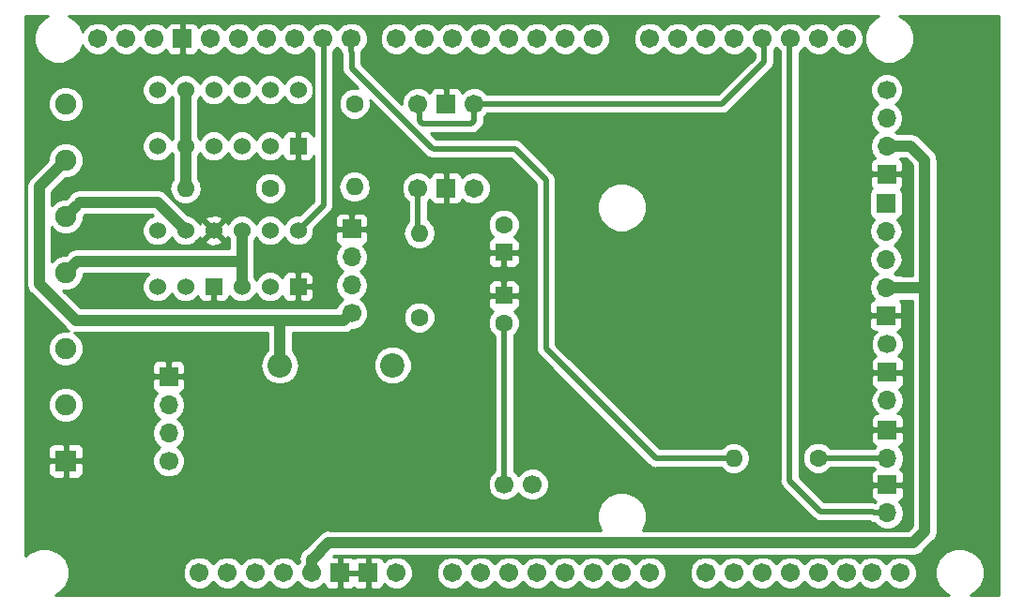
<source format=gtl>
G04 #@! TF.GenerationSoftware,KiCad,Pcbnew,(5.0.2)-1*
G04 #@! TF.CreationDate,2019-02-27T10:37:22-05:00*
G04 #@! TF.ProjectId,AR-22 Controller,41522d32-3220-4436-9f6e-74726f6c6c65,rev?*
G04 #@! TF.SameCoordinates,Original*
G04 #@! TF.FileFunction,Copper,L1,Top*
G04 #@! TF.FilePolarity,Positive*
%FSLAX46Y46*%
G04 Gerber Fmt 4.6, Leading zero omitted, Abs format (unit mm)*
G04 Created by KiCad (PCBNEW (5.0.2)-1) date 2/27/2019 10:37:22 AM*
%MOMM*%
%LPD*%
G01*
G04 APERTURE LIST*
G04 #@! TA.AperFunction,ComponentPad*
%ADD10C,1.700000*%
G04 #@! TD*
G04 #@! TA.AperFunction,ComponentPad*
%ADD11O,1.700000X1.700000*%
G04 #@! TD*
G04 #@! TA.AperFunction,ComponentPad*
%ADD12R,1.700000X1.700000*%
G04 #@! TD*
G04 #@! TA.AperFunction,ComponentPad*
%ADD13C,1.701800*%
G04 #@! TD*
G04 #@! TA.AperFunction,ComponentPad*
%ADD14R,1.701800X1.701800*%
G04 #@! TD*
G04 #@! TA.AperFunction,ComponentPad*
%ADD15C,1.600000*%
G04 #@! TD*
G04 #@! TA.AperFunction,ComponentPad*
%ADD16R,1.600000X1.600000*%
G04 #@! TD*
G04 #@! TA.AperFunction,ComponentPad*
%ADD17O,1.600000X1.600000*%
G04 #@! TD*
G04 #@! TA.AperFunction,ComponentPad*
%ADD18C,1.524000*%
G04 #@! TD*
G04 #@! TA.AperFunction,ComponentPad*
%ADD19R,1.524000X1.524000*%
G04 #@! TD*
G04 #@! TA.AperFunction,ComponentPad*
%ADD20C,1.905000*%
G04 #@! TD*
G04 #@! TA.AperFunction,ComponentPad*
%ADD21R,1.905000X1.905000*%
G04 #@! TD*
G04 #@! TA.AperFunction,ComponentPad*
%ADD22C,2.200000*%
G04 #@! TD*
G04 #@! TA.AperFunction,ComponentPad*
%ADD23O,2.200000X2.200000*%
G04 #@! TD*
G04 #@! TA.AperFunction,Conductor*
%ADD24C,0.508000*%
G04 #@! TD*
G04 #@! TA.AperFunction,Conductor*
%ADD25C,1.016000*%
G04 #@! TD*
G04 #@! TA.AperFunction,Conductor*
%ADD26C,0.254000*%
G04 #@! TD*
G04 APERTURE END LIST*
D10*
G04 #@! TO.P,J10,1*
G04 #@! TO.N,Net-(D1-Pad2)*
X145796000Y-93853000D03*
D11*
G04 #@! TO.P,J10,2*
G04 #@! TO.N,Net-(C3-Pad1)*
X145796000Y-91313000D03*
G04 #@! TO.P,J10,3*
G04 #@! TO.N,/D18*
X145796000Y-88773000D03*
D12*
G04 #@! TO.P,J10,4*
G04 #@! TO.N,GND*
X145796000Y-86233000D03*
G04 #@! TD*
D13*
G04 #@! TO.P,A1,SCL*
G04 #@! TO.N,Net-(A1-PadSCL)*
X122896323Y-69024781D03*
G04 #@! TO.P,A1,SDA*
G04 #@! TO.N,Net-(A1-PadSDA)*
X125436323Y-69024781D03*
G04 #@! TO.P,A1,AREF*
G04 #@! TO.N,Net-(A1-PadAREF)*
X127976323Y-69024781D03*
D14*
G04 #@! TO.P,A1,GND*
G04 #@! TO.N,GND*
X130516323Y-69024781D03*
D13*
G04 #@! TO.P,A1,D13*
G04 #@! TO.N,Net-(A1-PadD13)*
X133056323Y-69024781D03*
G04 #@! TO.P,A1,D12*
G04 #@! TO.N,Net-(A1-PadD12)*
X135596323Y-69024781D03*
G04 #@! TO.P,A1,D11*
G04 #@! TO.N,Net-(A1-PadD11)*
X138136323Y-69024781D03*
G04 #@! TO.P,A1,D10*
G04 #@! TO.N,/D10*
X140676323Y-69024781D03*
G04 #@! TO.P,A1,D9*
G04 #@! TO.N,/D9*
X143216323Y-69024781D03*
G04 #@! TO.P,A1,D8*
G04 #@! TO.N,/D8*
X145756323Y-69024781D03*
G04 #@! TO.P,A1,D7*
G04 #@! TO.N,Net-(A1-PadD7)*
X149820323Y-69024781D03*
G04 #@! TO.P,A1,D6*
G04 #@! TO.N,/D6*
X152360323Y-69024781D03*
G04 #@! TO.P,A1,D5*
G04 #@! TO.N,/D5*
X154900323Y-69024781D03*
G04 #@! TO.P,A1,D4*
G04 #@! TO.N,/D4*
X157440323Y-69024781D03*
G04 #@! TO.P,A1,D3*
G04 #@! TO.N,/D3*
X159980323Y-69024781D03*
G04 #@! TO.P,A1,D2*
G04 #@! TO.N,/D2*
X162520323Y-69024781D03*
G04 #@! TO.P,A1,D1*
G04 #@! TO.N,Net-(A1-PadD1)*
X165060323Y-69024781D03*
G04 #@! TO.P,A1,D0*
G04 #@! TO.N,Net-(A1-PadD0)*
X167600323Y-69024781D03*
G04 #@! TO.P,A1,D14*
G04 #@! TO.N,Net-(A1-PadD14)*
X172680323Y-69024781D03*
G04 #@! TO.P,A1,D15*
G04 #@! TO.N,Net-(A1-PadD15)*
X175220323Y-69024781D03*
G04 #@! TO.P,A1,D16*
G04 #@! TO.N,Net-(A1-PadD16)*
X177760323Y-69024781D03*
G04 #@! TO.P,A1,D17*
G04 #@! TO.N,Net-(A1-PadD17)*
X180300323Y-69024781D03*
G04 #@! TO.P,A1,D18*
G04 #@! TO.N,/D18*
X182840323Y-69024781D03*
G04 #@! TO.P,A1,D19*
G04 #@! TO.N,/D19*
X185380323Y-69024781D03*
G04 #@! TO.P,A1,D20*
G04 #@! TO.N,/D20*
X187920323Y-69024781D03*
G04 #@! TO.P,A1,D21*
G04 #@! TO.N,/D21*
X190460323Y-69024781D03*
G04 #@! TO.P,A1,AD15*
G04 #@! TO.N,Net-(A1-PadAD15)*
X195286323Y-117284781D03*
G04 #@! TO.P,A1,AD14*
G04 #@! TO.N,Net-(A1-PadAD14)*
X192746323Y-117284781D03*
G04 #@! TO.P,A1,AD13*
G04 #@! TO.N,Net-(A1-PadAD13)*
X190460323Y-117284781D03*
G04 #@! TO.P,A1,AD12*
G04 #@! TO.N,Net-(A1-PadAD12)*
X187920323Y-117284781D03*
G04 #@! TO.P,A1,AD11*
G04 #@! TO.N,Net-(A1-PadAD11)*
X185380323Y-117284781D03*
G04 #@! TO.P,A1,AD10*
G04 #@! TO.N,Net-(A1-PadAD10)*
X182840323Y-117284781D03*
G04 #@! TO.P,A1,AD9*
G04 #@! TO.N,Net-(A1-PadAD9)*
X180300323Y-117284781D03*
G04 #@! TO.P,A1,AD8*
G04 #@! TO.N,Net-(A1-PadAD8)*
X177760323Y-117284781D03*
G04 #@! TO.P,A1,AD7*
G04 #@! TO.N,Net-(A1-PadAD7)*
X172680323Y-117284781D03*
G04 #@! TO.P,A1,AD6*
G04 #@! TO.N,Net-(A1-PadAD6)*
X170140323Y-117284781D03*
G04 #@! TO.P,A1,AD5*
G04 #@! TO.N,Net-(A1-PadAD5)*
X167600323Y-117284781D03*
G04 #@! TO.P,A1,AD4*
G04 #@! TO.N,Net-(A1-PadAD4)*
X165060323Y-117284781D03*
G04 #@! TO.P,A1,AD3*
G04 #@! TO.N,Net-(A1-PadAD3)*
X162520323Y-117284781D03*
G04 #@! TO.P,A1,AD2*
G04 #@! TO.N,Net-(A1-PadAD2)*
X159980323Y-117284781D03*
G04 #@! TO.P,A1,AD1*
G04 #@! TO.N,Net-(A1-PadAD1)*
X157440323Y-117284781D03*
G04 #@! TO.P,A1,AD0*
G04 #@! TO.N,Net-(A1-PadAD0)*
X154900323Y-117284781D03*
G04 #@! TO.P,A1,VIN*
G04 #@! TO.N,Net-(A1-PadVIN)*
X149820323Y-117284781D03*
D14*
G04 #@! TO.P,A1,GND*
G04 #@! TO.N,GND*
X147280323Y-117284781D03*
X144740323Y-117284781D03*
D13*
G04 #@! TO.P,A1,+5V*
G04 #@! TO.N,+5V*
X142200323Y-117284781D03*
G04 #@! TO.P,A1,3V3*
G04 #@! TO.N,Net-(A1-Pad3V3)*
X139660323Y-117284781D03*
G04 #@! TO.P,A1,RESET*
G04 #@! TO.N,/RESET*
X137120323Y-117284781D03*
G04 #@! TO.P,A1,IOREF*
G04 #@! TO.N,Net-(A1-PadIOREF)*
X134580323Y-117284781D03*
G04 #@! TO.P,A1,NC*
G04 #@! TO.N,Net-(A1-PadNC)*
X132040323Y-117284781D03*
G04 #@! TD*
D15*
G04 #@! TO.P,C1,1*
G04 #@! TO.N,Net-(C1-Pad1)*
X159512000Y-94742000D03*
D16*
G04 #@! TO.P,C1,2*
G04 #@! TO.N,GND*
X159512000Y-92242000D03*
G04 #@! TD*
D15*
G04 #@! TO.P,C2,1*
G04 #@! TO.N,Net-(C2-Pad1)*
X146050000Y-74930000D03*
D17*
G04 #@! TO.P,C2,2*
G04 #@! TO.N,Net-(C2-Pad2)*
X146050000Y-82430000D03*
G04 #@! TD*
D12*
G04 #@! TO.P,J5,1*
G04 #@! TO.N,GND*
X194119500Y-109347000D03*
D11*
G04 #@! TO.P,J5,2*
G04 #@! TO.N,/D19*
X194119500Y-111887000D03*
G04 #@! TD*
D10*
G04 #@! TO.P,J6,1*
G04 #@! TO.N,/D5*
X194119500Y-96647000D03*
D12*
G04 #@! TO.P,J6,2*
G04 #@! TO.N,GND*
X194119500Y-99187000D03*
D11*
G04 #@! TO.P,J6,3*
G04 #@! TO.N,/D6*
X194119500Y-101727000D03*
G04 #@! TD*
D10*
G04 #@! TO.P,J7,1*
G04 #@! TO.N,/D21*
X194056000Y-73660000D03*
D11*
G04 #@! TO.P,J7,2*
G04 #@! TO.N,/D20*
X194056000Y-76200000D03*
G04 #@! TO.P,J7,3*
G04 #@! TO.N,+5V*
X194056000Y-78740000D03*
D12*
G04 #@! TO.P,J7,4*
G04 #@! TO.N,GND*
X194056000Y-81280000D03*
G04 #@! TD*
G04 #@! TO.P,J9,1*
G04 #@! TO.N,/D2*
X193992500Y-83883500D03*
D11*
G04 #@! TO.P,J9,2*
G04 #@! TO.N,/D3*
X193992500Y-86423500D03*
G04 #@! TO.P,J9,3*
G04 #@! TO.N,/D4*
X193992500Y-88963500D03*
G04 #@! TO.P,J9,4*
G04 #@! TO.N,+5V*
X193992500Y-91503500D03*
D12*
G04 #@! TO.P,J9,5*
G04 #@! TO.N,GND*
X193992500Y-94043500D03*
G04 #@! TD*
D13*
G04 #@! TO.P,U1,1*
G04 #@! TO.N,Net-(R2-Pad2)*
X151765000Y-82550000D03*
G04 #@! TO.P,U1,4*
G04 #@! TO.N,/D18*
X156845000Y-74930000D03*
D14*
G04 #@! TO.P,U1,2*
G04 #@! TO.N,GND*
X154305000Y-82550000D03*
G04 #@! TO.P,U1,5*
X154305000Y-74930000D03*
D13*
G04 #@! TO.P,U1,3*
G04 #@! TO.N,Net-(U1-Pad3)*
X156845000Y-82550000D03*
G04 #@! TO.P,U1,6*
G04 #@! TO.N,/D18*
X151765000Y-74930000D03*
G04 #@! TD*
D18*
G04 #@! TO.P,K1,11*
G04 #@! TO.N,N/C*
X138430000Y-78740000D03*
G04 #@! TO.P,K1,2*
X138430000Y-73660000D03*
G04 #@! TO.P,K1,6*
X128270000Y-73660000D03*
G04 #@! TO.P,K1,7*
X128270000Y-78740000D03*
D19*
G04 #@! TO.P,K1,12*
G04 #@! TO.N,GND*
X140970000Y-78740000D03*
D18*
G04 #@! TO.P,K1,10*
G04 #@! TO.N,Net-(K1-Pad10)*
X135890000Y-78740000D03*
G04 #@! TO.P,K1,9*
G04 #@! TO.N,Net-(C2-Pad1)*
X133350000Y-78740000D03*
G04 #@! TO.P,K1,8*
G04 #@! TO.N,Net-(J2-Pad3)*
X130810000Y-78740000D03*
G04 #@! TO.P,K1,5*
X130810000Y-73660000D03*
G04 #@! TO.P,K1,4*
G04 #@! TO.N,Net-(C2-Pad1)*
X133350000Y-73660000D03*
G04 #@! TO.P,K1,3*
G04 #@! TO.N,Net-(K1-Pad3)*
X135890000Y-73660000D03*
G04 #@! TO.P,K1,1*
G04 #@! TO.N,/D10*
X140970000Y-73660000D03*
G04 #@! TD*
G04 #@! TO.P,K2,11*
G04 #@! TO.N,N/C*
X138430000Y-91440000D03*
G04 #@! TO.P,K2,2*
X138430000Y-86360000D03*
G04 #@! TO.P,K2,6*
X128270000Y-86360000D03*
G04 #@! TO.P,K2,7*
X128270000Y-91440000D03*
D19*
G04 #@! TO.P,K2,12*
G04 #@! TO.N,GND*
X140970000Y-91440000D03*
D18*
G04 #@! TO.P,K2,10*
G04 #@! TO.N,Net-(J8-Pad4)*
X135890000Y-91440000D03*
D19*
G04 #@! TO.P,K2,9*
G04 #@! TO.N,GND*
X133350000Y-91440000D03*
D18*
G04 #@! TO.P,K2,8*
G04 #@! TO.N,Net-(J8-Pad3)*
X130810000Y-91440000D03*
G04 #@! TO.P,K2,5*
X130810000Y-86360000D03*
G04 #@! TO.P,K2,4*
G04 #@! TO.N,GND*
X133350000Y-86360000D03*
G04 #@! TO.P,K2,3*
G04 #@! TO.N,Net-(J8-Pad4)*
X135890000Y-86360000D03*
G04 #@! TO.P,K2,1*
G04 #@! TO.N,/D9*
X140970000Y-86360000D03*
G04 #@! TD*
D20*
G04 #@! TO.P,J8,4*
G04 #@! TO.N,Net-(J8-Pad4)*
X120015000Y-90170000D03*
G04 #@! TO.P,J8,3*
G04 #@! TO.N,Net-(J8-Pad3)*
X120015000Y-85090000D03*
G04 #@! TO.P,J8,2*
G04 #@! TO.N,Net-(D1-Pad2)*
X120015000Y-80010000D03*
G04 #@! TO.P,J8,1*
G04 #@! TO.N,Net-(C2-Pad1)*
X120015000Y-74930000D03*
G04 #@! TD*
G04 #@! TO.P,J2,3*
G04 #@! TO.N,Net-(J2-Pad3)*
X120015000Y-97028000D03*
G04 #@! TO.P,J2,2*
G04 #@! TO.N,Net-(J1-Pad3)*
X120015000Y-102108000D03*
D21*
G04 #@! TO.P,J2,1*
G04 #@! TO.N,GND*
X120015000Y-107188000D03*
G04 #@! TD*
D15*
G04 #@! TO.P,C3,1*
G04 #@! TO.N,Net-(C3-Pad1)*
X159512000Y-85852000D03*
D16*
G04 #@! TO.P,C3,2*
G04 #@! TO.N,GND*
X159512000Y-88352000D03*
G04 #@! TD*
D10*
G04 #@! TO.P,J3,2*
G04 #@! TO.N,Net-(C1-Pad1)*
X159575500Y-109283500D03*
G04 #@! TO.P,J3,1*
G04 #@! TO.N,/RESET*
X162115500Y-109283500D03*
G04 #@! TD*
D12*
G04 #@! TO.P,J4,1*
G04 #@! TO.N,GND*
X194119500Y-104394000D03*
D11*
G04 #@! TO.P,J4,2*
G04 #@! TO.N,Net-(J4-Pad2)*
X194119500Y-106934000D03*
G04 #@! TD*
D22*
G04 #@! TO.P,D1,1*
G04 #@! TO.N,Net-(C3-Pad1)*
X149479000Y-98552000D03*
D23*
G04 #@! TO.P,D1,2*
G04 #@! TO.N,Net-(D1-Pad2)*
X139319000Y-98552000D03*
G04 #@! TD*
D10*
G04 #@! TO.P,J1,1*
G04 #@! TO.N,Net-(J1-Pad1)*
X129286000Y-107188000D03*
D11*
G04 #@! TO.P,J1,2*
G04 #@! TO.N,Net-(J1-Pad2)*
X129286000Y-104648000D03*
G04 #@! TO.P,J1,3*
G04 #@! TO.N,Net-(J1-Pad3)*
X129286000Y-102108000D03*
D12*
G04 #@! TO.P,J1,4*
G04 #@! TO.N,GND*
X129286000Y-99568000D03*
G04 #@! TD*
D17*
G04 #@! TO.P,R1,2*
G04 #@! TO.N,Net-(J2-Pad3)*
X130810000Y-82550000D03*
D15*
G04 #@! TO.P,R1,1*
G04 #@! TO.N,Net-(C2-Pad2)*
X138430000Y-82550000D03*
G04 #@! TD*
G04 #@! TO.P,R2,1*
G04 #@! TO.N,Net-(C3-Pad1)*
X151892000Y-94234000D03*
D17*
G04 #@! TO.P,R2,2*
G04 #@! TO.N,Net-(R2-Pad2)*
X151892000Y-86614000D03*
G04 #@! TD*
G04 #@! TO.P,R3,2*
G04 #@! TO.N,/D8*
X180276500Y-106934000D03*
D15*
G04 #@! TO.P,R3,1*
G04 #@! TO.N,Net-(J4-Pad2)*
X187896500Y-106934000D03*
G04 #@! TD*
D24*
G04 #@! TO.N,Net-(C1-Pad1)*
X159575500Y-109283500D02*
X159575500Y-94805500D01*
G04 #@! TO.N,/D18*
X151892000Y-76015315D02*
X151892000Y-74883945D01*
X151892000Y-76465630D02*
X151892000Y-76073000D01*
X151892000Y-76454000D02*
X152146000Y-76708000D01*
X156591000Y-76708000D02*
X156845000Y-76454000D01*
X156845000Y-76454000D02*
X156845000Y-74930000D01*
X152146000Y-76708000D02*
X156591000Y-76708000D01*
X156845000Y-74930000D02*
X179197000Y-74930000D01*
X179197000Y-74930000D02*
X183007000Y-71120000D01*
X183007000Y-71120000D02*
X183007000Y-68961000D01*
D25*
G04 #@! TO.N,Net-(J8-Pad4)*
X120015000Y-90170000D02*
X121031000Y-89154000D01*
X121031000Y-89154000D02*
X135890000Y-89154000D01*
X135890000Y-86360000D02*
X135890000Y-89154000D01*
X135890000Y-89154000D02*
X135890000Y-91440000D01*
G04 #@! TO.N,Net-(J2-Pad3)*
X130810000Y-73660000D02*
X130810000Y-78740000D01*
X130810000Y-78740000D02*
X130810000Y-82550000D01*
D24*
G04 #@! TO.N,/D8*
X180276500Y-106934000D02*
X179145130Y-106934000D01*
X179018130Y-106934000D02*
X173228000Y-106934000D01*
X173228000Y-106934000D02*
X163322000Y-97028000D01*
X163322000Y-97028000D02*
X163322000Y-85694158D01*
X163322000Y-85694158D02*
X163322000Y-81788000D01*
X163322000Y-81788000D02*
X160528000Y-78994000D01*
X160528000Y-78994000D02*
X153162000Y-78994000D01*
X145796000Y-71628000D02*
X145796000Y-71691500D01*
X145796000Y-71691500D02*
X153035000Y-78930500D01*
X145796000Y-70267812D02*
X145796000Y-71691500D01*
X145756323Y-70228135D02*
X145796000Y-70267812D01*
X145756323Y-69024781D02*
X145756323Y-70228135D01*
D25*
G04 #@! TO.N,+5V*
X142200323Y-117284781D02*
X142200323Y-117308323D01*
X142200323Y-117308323D02*
X142240000Y-117268646D01*
X142200323Y-116081427D02*
X142189200Y-116070304D01*
X142200323Y-117284781D02*
X142200323Y-116081427D01*
X142236573Y-116081427D02*
X142200323Y-116081427D01*
X196215000Y-78740000D02*
X197485000Y-80010000D01*
X197485000Y-113538000D02*
X196456218Y-114566782D01*
X194310000Y-78740000D02*
X196215000Y-78740000D01*
X196456218Y-114566782D02*
X143751218Y-114566782D01*
X143751218Y-114566782D02*
X142236573Y-116081427D01*
X195258081Y-91567000D02*
X197485000Y-91567000D01*
X195194581Y-91503500D02*
X195258081Y-91567000D01*
X193992500Y-91503500D02*
X195194581Y-91503500D01*
X197485000Y-80010000D02*
X197485000Y-91567000D01*
X197485000Y-91567000D02*
X197485000Y-113538000D01*
G04 #@! TO.N,Net-(D1-Pad2)*
X117602000Y-91186000D02*
X120904000Y-94488000D01*
X117602000Y-82423000D02*
X119888000Y-80137000D01*
X117602000Y-91186000D02*
X117602000Y-82423000D01*
X119888000Y-80137000D02*
X119888000Y-80010000D01*
D24*
X145796000Y-93726000D02*
X145923000Y-93726000D01*
D25*
X138049000Y-94488000D02*
X138811000Y-94488000D01*
X120904000Y-94488000D02*
X138049000Y-94488000D01*
X145034000Y-94488000D02*
X145669000Y-93853000D01*
X139319000Y-96996366D02*
X139319000Y-94488000D01*
X139319000Y-98552000D02*
X139319000Y-96996366D01*
X138049000Y-94488000D02*
X139319000Y-94488000D01*
X139319000Y-94488000D02*
X145034000Y-94488000D01*
G04 #@! TO.N,Net-(J8-Pad3)*
X120015000Y-85090000D02*
X120967501Y-84137501D01*
X128270000Y-83820000D02*
X130048001Y-85598001D01*
X121285002Y-83820000D02*
X128270000Y-83820000D01*
X130048001Y-85598001D02*
X130810000Y-86360000D01*
D24*
G04 #@! TO.N,/D9*
X140970000Y-86360000D02*
X143256000Y-84074000D01*
X143256000Y-84074000D02*
X143256000Y-68834000D01*
G04 #@! TO.N,/D19*
X192917419Y-111887000D02*
X192790419Y-111760000D01*
X194119500Y-111887000D02*
X192917419Y-111887000D01*
X192790419Y-111760000D02*
X188087000Y-111760000D01*
X188087000Y-111760000D02*
X185293000Y-108966000D01*
X185293000Y-108966000D02*
X185293000Y-68961000D01*
G04 #@! TO.N,Net-(J4-Pad2)*
X187896500Y-106934000D02*
X194119500Y-106934000D01*
X194119500Y-106934000D02*
X194119500Y-106997500D01*
G04 #@! TO.N,Net-(R2-Pad2)*
X151765000Y-82550000D02*
X151765000Y-86487000D01*
X151765000Y-86487000D02*
X151892000Y-86614000D01*
G04 #@! TD*
D26*
G04 #@! TO.N,GND*
G36*
X118074297Y-67130040D02*
X117445582Y-67758755D01*
X117105323Y-68580212D01*
X117105323Y-69469350D01*
X117445582Y-70290807D01*
X118074297Y-70919522D01*
X118895754Y-71259781D01*
X119784892Y-71259781D01*
X120606349Y-70919522D01*
X121235064Y-70290807D01*
X121523733Y-69593900D01*
X121636637Y-69866476D01*
X122054628Y-70284467D01*
X122600759Y-70510681D01*
X123191887Y-70510681D01*
X123738018Y-70284467D01*
X124156009Y-69866476D01*
X124166323Y-69841576D01*
X124176637Y-69866476D01*
X124594628Y-70284467D01*
X125140759Y-70510681D01*
X125731887Y-70510681D01*
X126278018Y-70284467D01*
X126696009Y-69866476D01*
X126706323Y-69841576D01*
X126716637Y-69866476D01*
X127134628Y-70284467D01*
X127680759Y-70510681D01*
X128271887Y-70510681D01*
X128818018Y-70284467D01*
X129050947Y-70051538D01*
X129127096Y-70235379D01*
X129305724Y-70414008D01*
X129539113Y-70510681D01*
X130230573Y-70510681D01*
X130389323Y-70351931D01*
X130389323Y-69151781D01*
X130369323Y-69151781D01*
X130369323Y-68897781D01*
X130389323Y-68897781D01*
X130389323Y-67697631D01*
X130230573Y-67538881D01*
X129539113Y-67538881D01*
X129305724Y-67635554D01*
X129127096Y-67814183D01*
X129050947Y-67998024D01*
X128818018Y-67765095D01*
X128271887Y-67538881D01*
X127680759Y-67538881D01*
X127134628Y-67765095D01*
X126716637Y-68183086D01*
X126706323Y-68207986D01*
X126696009Y-68183086D01*
X126278018Y-67765095D01*
X125731887Y-67538881D01*
X125140759Y-67538881D01*
X124594628Y-67765095D01*
X124176637Y-68183086D01*
X124166323Y-68207986D01*
X124156009Y-68183086D01*
X123738018Y-67765095D01*
X123191887Y-67538881D01*
X122600759Y-67538881D01*
X122054628Y-67765095D01*
X121636637Y-68183086D01*
X121523733Y-68455662D01*
X121235064Y-67758755D01*
X120606349Y-67130040D01*
X120302062Y-67004000D01*
X193308584Y-67004000D01*
X193004297Y-67130040D01*
X192375582Y-67758755D01*
X192035323Y-68580212D01*
X192035323Y-69469350D01*
X192375582Y-70290807D01*
X193004297Y-70919522D01*
X193825754Y-71259781D01*
X194714892Y-71259781D01*
X195536349Y-70919522D01*
X196165064Y-70290807D01*
X196505323Y-69469350D01*
X196505323Y-68580212D01*
X196165064Y-67758755D01*
X195536349Y-67130040D01*
X195232062Y-67004000D01*
X204141000Y-67004000D01*
X204141001Y-119305000D01*
X201583419Y-119305000D01*
X201886349Y-119179522D01*
X202515064Y-118550807D01*
X202855323Y-117729350D01*
X202855323Y-116840212D01*
X202515064Y-116018755D01*
X201886349Y-115390040D01*
X201064892Y-115049781D01*
X200175754Y-115049781D01*
X199354297Y-115390040D01*
X198725582Y-116018755D01*
X198385323Y-116840212D01*
X198385323Y-117729350D01*
X198725582Y-118550807D01*
X199354297Y-119179522D01*
X199657227Y-119305000D01*
X119033419Y-119305000D01*
X119336349Y-119179522D01*
X119965064Y-118550807D01*
X120305323Y-117729350D01*
X120305323Y-116989217D01*
X130554423Y-116989217D01*
X130554423Y-117580345D01*
X130780637Y-118126476D01*
X131198628Y-118544467D01*
X131744759Y-118770681D01*
X132335887Y-118770681D01*
X132882018Y-118544467D01*
X133300009Y-118126476D01*
X133310323Y-118101576D01*
X133320637Y-118126476D01*
X133738628Y-118544467D01*
X134284759Y-118770681D01*
X134875887Y-118770681D01*
X135422018Y-118544467D01*
X135840009Y-118126476D01*
X135850323Y-118101576D01*
X135860637Y-118126476D01*
X136278628Y-118544467D01*
X136824759Y-118770681D01*
X137415887Y-118770681D01*
X137962018Y-118544467D01*
X138380009Y-118126476D01*
X138390323Y-118101576D01*
X138400637Y-118126476D01*
X138818628Y-118544467D01*
X139364759Y-118770681D01*
X139955887Y-118770681D01*
X140502018Y-118544467D01*
X140920009Y-118126476D01*
X140930323Y-118101576D01*
X140940637Y-118126476D01*
X141358628Y-118544467D01*
X141904759Y-118770681D01*
X142495887Y-118770681D01*
X143042018Y-118544467D01*
X143274947Y-118311538D01*
X143351096Y-118495379D01*
X143529724Y-118674008D01*
X143763113Y-118770681D01*
X144454573Y-118770681D01*
X144613323Y-118611931D01*
X144613323Y-117411781D01*
X144867323Y-117411781D01*
X144867323Y-118611931D01*
X145026073Y-118770681D01*
X145717533Y-118770681D01*
X145950922Y-118674008D01*
X146010323Y-118614607D01*
X146069724Y-118674008D01*
X146303113Y-118770681D01*
X146994573Y-118770681D01*
X147153323Y-118611931D01*
X147153323Y-117411781D01*
X144867323Y-117411781D01*
X144613323Y-117411781D01*
X144593323Y-117411781D01*
X144593323Y-117157781D01*
X144613323Y-117157781D01*
X144613323Y-115957631D01*
X144867323Y-115957631D01*
X144867323Y-117157781D01*
X147153323Y-117157781D01*
X147153323Y-115957631D01*
X147407323Y-115957631D01*
X147407323Y-117157781D01*
X147427323Y-117157781D01*
X147427323Y-117411781D01*
X147407323Y-117411781D01*
X147407323Y-118611931D01*
X147566073Y-118770681D01*
X148257533Y-118770681D01*
X148490922Y-118674008D01*
X148669550Y-118495379D01*
X148745699Y-118311538D01*
X148978628Y-118544467D01*
X149524759Y-118770681D01*
X150115887Y-118770681D01*
X150662018Y-118544467D01*
X151080009Y-118126476D01*
X151306223Y-117580345D01*
X151306223Y-116989217D01*
X153414423Y-116989217D01*
X153414423Y-117580345D01*
X153640637Y-118126476D01*
X154058628Y-118544467D01*
X154604759Y-118770681D01*
X155195887Y-118770681D01*
X155742018Y-118544467D01*
X156160009Y-118126476D01*
X156170323Y-118101576D01*
X156180637Y-118126476D01*
X156598628Y-118544467D01*
X157144759Y-118770681D01*
X157735887Y-118770681D01*
X158282018Y-118544467D01*
X158700009Y-118126476D01*
X158710323Y-118101576D01*
X158720637Y-118126476D01*
X159138628Y-118544467D01*
X159684759Y-118770681D01*
X160275887Y-118770681D01*
X160822018Y-118544467D01*
X161240009Y-118126476D01*
X161250323Y-118101576D01*
X161260637Y-118126476D01*
X161678628Y-118544467D01*
X162224759Y-118770681D01*
X162815887Y-118770681D01*
X163362018Y-118544467D01*
X163780009Y-118126476D01*
X163790323Y-118101576D01*
X163800637Y-118126476D01*
X164218628Y-118544467D01*
X164764759Y-118770681D01*
X165355887Y-118770681D01*
X165902018Y-118544467D01*
X166320009Y-118126476D01*
X166330323Y-118101576D01*
X166340637Y-118126476D01*
X166758628Y-118544467D01*
X167304759Y-118770681D01*
X167895887Y-118770681D01*
X168442018Y-118544467D01*
X168860009Y-118126476D01*
X168870323Y-118101576D01*
X168880637Y-118126476D01*
X169298628Y-118544467D01*
X169844759Y-118770681D01*
X170435887Y-118770681D01*
X170982018Y-118544467D01*
X171400009Y-118126476D01*
X171410323Y-118101576D01*
X171420637Y-118126476D01*
X171838628Y-118544467D01*
X172384759Y-118770681D01*
X172975887Y-118770681D01*
X173522018Y-118544467D01*
X173940009Y-118126476D01*
X174166223Y-117580345D01*
X174166223Y-116989217D01*
X176274423Y-116989217D01*
X176274423Y-117580345D01*
X176500637Y-118126476D01*
X176918628Y-118544467D01*
X177464759Y-118770681D01*
X178055887Y-118770681D01*
X178602018Y-118544467D01*
X179020009Y-118126476D01*
X179030323Y-118101576D01*
X179040637Y-118126476D01*
X179458628Y-118544467D01*
X180004759Y-118770681D01*
X180595887Y-118770681D01*
X181142018Y-118544467D01*
X181560009Y-118126476D01*
X181570323Y-118101576D01*
X181580637Y-118126476D01*
X181998628Y-118544467D01*
X182544759Y-118770681D01*
X183135887Y-118770681D01*
X183682018Y-118544467D01*
X184100009Y-118126476D01*
X184110323Y-118101576D01*
X184120637Y-118126476D01*
X184538628Y-118544467D01*
X185084759Y-118770681D01*
X185675887Y-118770681D01*
X186222018Y-118544467D01*
X186640009Y-118126476D01*
X186650323Y-118101576D01*
X186660637Y-118126476D01*
X187078628Y-118544467D01*
X187624759Y-118770681D01*
X188215887Y-118770681D01*
X188762018Y-118544467D01*
X189180009Y-118126476D01*
X189190323Y-118101576D01*
X189200637Y-118126476D01*
X189618628Y-118544467D01*
X190164759Y-118770681D01*
X190755887Y-118770681D01*
X191302018Y-118544467D01*
X191603323Y-118243162D01*
X191904628Y-118544467D01*
X192450759Y-118770681D01*
X193041887Y-118770681D01*
X193588018Y-118544467D01*
X194006009Y-118126476D01*
X194016323Y-118101576D01*
X194026637Y-118126476D01*
X194444628Y-118544467D01*
X194990759Y-118770681D01*
X195581887Y-118770681D01*
X196128018Y-118544467D01*
X196546009Y-118126476D01*
X196772223Y-117580345D01*
X196772223Y-116989217D01*
X196546009Y-116443086D01*
X196128018Y-116025095D01*
X195581887Y-115798881D01*
X194990759Y-115798881D01*
X194444628Y-116025095D01*
X194026637Y-116443086D01*
X194016323Y-116467986D01*
X194006009Y-116443086D01*
X193588018Y-116025095D01*
X193041887Y-115798881D01*
X192450759Y-115798881D01*
X191904628Y-116025095D01*
X191603323Y-116326400D01*
X191302018Y-116025095D01*
X190755887Y-115798881D01*
X190164759Y-115798881D01*
X189618628Y-116025095D01*
X189200637Y-116443086D01*
X189190323Y-116467986D01*
X189180009Y-116443086D01*
X188762018Y-116025095D01*
X188215887Y-115798881D01*
X187624759Y-115798881D01*
X187078628Y-116025095D01*
X186660637Y-116443086D01*
X186650323Y-116467986D01*
X186640009Y-116443086D01*
X186222018Y-116025095D01*
X185675887Y-115798881D01*
X185084759Y-115798881D01*
X184538628Y-116025095D01*
X184120637Y-116443086D01*
X184110323Y-116467986D01*
X184100009Y-116443086D01*
X183682018Y-116025095D01*
X183135887Y-115798881D01*
X182544759Y-115798881D01*
X181998628Y-116025095D01*
X181580637Y-116443086D01*
X181570323Y-116467986D01*
X181560009Y-116443086D01*
X181142018Y-116025095D01*
X180595887Y-115798881D01*
X180004759Y-115798881D01*
X179458628Y-116025095D01*
X179040637Y-116443086D01*
X179030323Y-116467986D01*
X179020009Y-116443086D01*
X178602018Y-116025095D01*
X178055887Y-115798881D01*
X177464759Y-115798881D01*
X176918628Y-116025095D01*
X176500637Y-116443086D01*
X176274423Y-116989217D01*
X174166223Y-116989217D01*
X173940009Y-116443086D01*
X173522018Y-116025095D01*
X172975887Y-115798881D01*
X172384759Y-115798881D01*
X171838628Y-116025095D01*
X171420637Y-116443086D01*
X171410323Y-116467986D01*
X171400009Y-116443086D01*
X170982018Y-116025095D01*
X170435887Y-115798881D01*
X169844759Y-115798881D01*
X169298628Y-116025095D01*
X168880637Y-116443086D01*
X168870323Y-116467986D01*
X168860009Y-116443086D01*
X168442018Y-116025095D01*
X167895887Y-115798881D01*
X167304759Y-115798881D01*
X166758628Y-116025095D01*
X166340637Y-116443086D01*
X166330323Y-116467986D01*
X166320009Y-116443086D01*
X165902018Y-116025095D01*
X165355887Y-115798881D01*
X164764759Y-115798881D01*
X164218628Y-116025095D01*
X163800637Y-116443086D01*
X163790323Y-116467986D01*
X163780009Y-116443086D01*
X163362018Y-116025095D01*
X162815887Y-115798881D01*
X162224759Y-115798881D01*
X161678628Y-116025095D01*
X161260637Y-116443086D01*
X161250323Y-116467986D01*
X161240009Y-116443086D01*
X160822018Y-116025095D01*
X160275887Y-115798881D01*
X159684759Y-115798881D01*
X159138628Y-116025095D01*
X158720637Y-116443086D01*
X158710323Y-116467986D01*
X158700009Y-116443086D01*
X158282018Y-116025095D01*
X157735887Y-115798881D01*
X157144759Y-115798881D01*
X156598628Y-116025095D01*
X156180637Y-116443086D01*
X156170323Y-116467986D01*
X156160009Y-116443086D01*
X155742018Y-116025095D01*
X155195887Y-115798881D01*
X154604759Y-115798881D01*
X154058628Y-116025095D01*
X153640637Y-116443086D01*
X153414423Y-116989217D01*
X151306223Y-116989217D01*
X151080009Y-116443086D01*
X150662018Y-116025095D01*
X150115887Y-115798881D01*
X149524759Y-115798881D01*
X148978628Y-116025095D01*
X148745699Y-116258024D01*
X148669550Y-116074183D01*
X148490922Y-115895554D01*
X148257533Y-115798881D01*
X147566073Y-115798881D01*
X147407323Y-115957631D01*
X147153323Y-115957631D01*
X146994573Y-115798881D01*
X146303113Y-115798881D01*
X146069724Y-115895554D01*
X146010323Y-115954955D01*
X145950922Y-115895554D01*
X145717533Y-115798881D01*
X145026073Y-115798881D01*
X144867323Y-115957631D01*
X144613323Y-115957631D01*
X144454573Y-115798881D01*
X144135565Y-115798881D01*
X144224664Y-115709782D01*
X196343647Y-115709782D01*
X196456218Y-115732174D01*
X196568789Y-115709782D01*
X196568790Y-115709782D01*
X196902194Y-115643464D01*
X197280275Y-115390839D01*
X197344045Y-115295400D01*
X198213620Y-114425826D01*
X198309057Y-114362057D01*
X198561682Y-113983976D01*
X198628000Y-113650572D01*
X198650392Y-113538001D01*
X198628000Y-113425430D01*
X198628000Y-91679572D01*
X198650392Y-91567000D01*
X198628000Y-91454428D01*
X198628000Y-80122570D01*
X198650392Y-80009999D01*
X198614870Y-79831419D01*
X198561682Y-79564024D01*
X198309057Y-79185943D01*
X198213621Y-79122175D01*
X197102827Y-78011382D01*
X197039057Y-77915943D01*
X196660976Y-77663318D01*
X196327572Y-77597000D01*
X196327571Y-77597000D01*
X196215000Y-77574608D01*
X196102429Y-77597000D01*
X195018308Y-77597000D01*
X194828239Y-77470000D01*
X195126625Y-77270625D01*
X195454839Y-76779418D01*
X195570092Y-76200000D01*
X195454839Y-75620582D01*
X195126625Y-75129375D01*
X194844389Y-74940791D01*
X194897185Y-74918922D01*
X195314922Y-74501185D01*
X195541000Y-73955385D01*
X195541000Y-73364615D01*
X195314922Y-72818815D01*
X194897185Y-72401078D01*
X194351385Y-72175000D01*
X193760615Y-72175000D01*
X193214815Y-72401078D01*
X192797078Y-72818815D01*
X192571000Y-73364615D01*
X192571000Y-73955385D01*
X192797078Y-74501185D01*
X193214815Y-74918922D01*
X193267611Y-74940791D01*
X192985375Y-75129375D01*
X192657161Y-75620582D01*
X192541908Y-76200000D01*
X192657161Y-76779418D01*
X192985375Y-77270625D01*
X193283761Y-77470000D01*
X192985375Y-77669375D01*
X192657161Y-78160582D01*
X192541908Y-78740000D01*
X192657161Y-79319418D01*
X192985375Y-79810625D01*
X193007033Y-79825096D01*
X192846302Y-79891673D01*
X192667673Y-80070301D01*
X192571000Y-80303690D01*
X192571000Y-80994250D01*
X192729750Y-81153000D01*
X193929000Y-81153000D01*
X193929000Y-81133000D01*
X194183000Y-81133000D01*
X194183000Y-81153000D01*
X195382250Y-81153000D01*
X195541000Y-80994250D01*
X195541000Y-80303690D01*
X195444327Y-80070301D01*
X195265698Y-79891673D01*
X195244760Y-79883000D01*
X195741555Y-79883000D01*
X196342000Y-80483446D01*
X196342001Y-90424000D01*
X195626390Y-90424000D01*
X195307153Y-90360500D01*
X195307152Y-90360500D01*
X195194581Y-90338108D01*
X195082010Y-90360500D01*
X194954808Y-90360500D01*
X194764739Y-90233500D01*
X195063125Y-90034125D01*
X195391339Y-89542918D01*
X195506592Y-88963500D01*
X195391339Y-88384082D01*
X195063125Y-87892875D01*
X194764739Y-87693500D01*
X195063125Y-87494125D01*
X195391339Y-87002918D01*
X195506592Y-86423500D01*
X195391339Y-85844082D01*
X195063125Y-85352875D01*
X195044881Y-85340684D01*
X195090265Y-85331657D01*
X195300309Y-85191309D01*
X195440657Y-84981265D01*
X195489940Y-84733500D01*
X195489940Y-83033500D01*
X195440657Y-82785735D01*
X195323551Y-82610475D01*
X195444327Y-82489699D01*
X195541000Y-82256310D01*
X195541000Y-81565750D01*
X195382250Y-81407000D01*
X194183000Y-81407000D01*
X194183000Y-81427000D01*
X193929000Y-81427000D01*
X193929000Y-81407000D01*
X192729750Y-81407000D01*
X192571000Y-81565750D01*
X192571000Y-82256310D01*
X192667673Y-82489699D01*
X192726038Y-82548064D01*
X192684691Y-82575691D01*
X192544343Y-82785735D01*
X192495060Y-83033500D01*
X192495060Y-84733500D01*
X192544343Y-84981265D01*
X192684691Y-85191309D01*
X192894735Y-85331657D01*
X192940119Y-85340684D01*
X192921875Y-85352875D01*
X192593661Y-85844082D01*
X192478408Y-86423500D01*
X192593661Y-87002918D01*
X192921875Y-87494125D01*
X193220261Y-87693500D01*
X192921875Y-87892875D01*
X192593661Y-88384082D01*
X192478408Y-88963500D01*
X192593661Y-89542918D01*
X192921875Y-90034125D01*
X193220261Y-90233500D01*
X192921875Y-90432875D01*
X192593661Y-90924082D01*
X192478408Y-91503500D01*
X192593661Y-92082918D01*
X192921875Y-92574125D01*
X192943533Y-92588596D01*
X192782802Y-92655173D01*
X192604173Y-92833801D01*
X192507500Y-93067190D01*
X192507500Y-93757750D01*
X192666250Y-93916500D01*
X193865500Y-93916500D01*
X193865500Y-93896500D01*
X194119500Y-93896500D01*
X194119500Y-93916500D01*
X195318750Y-93916500D01*
X195477500Y-93757750D01*
X195477500Y-93067190D01*
X195380827Y-92833801D01*
X195275877Y-92728852D01*
X195370653Y-92710000D01*
X196342000Y-92710000D01*
X196342001Y-113064553D01*
X195982773Y-113423782D01*
X172054542Y-113423782D01*
X172375323Y-112649350D01*
X172375323Y-111760212D01*
X172035064Y-110938755D01*
X171406349Y-110310040D01*
X170584892Y-109969781D01*
X169695754Y-109969781D01*
X168874297Y-110310040D01*
X168245582Y-110938755D01*
X167905323Y-111760212D01*
X167905323Y-112649350D01*
X168226104Y-113423782D01*
X143863790Y-113423782D01*
X143751218Y-113401390D01*
X143305241Y-113490100D01*
X143176314Y-113576247D01*
X142927161Y-113742725D01*
X142863394Y-113838160D01*
X141636865Y-115064690D01*
X141365144Y-115246248D01*
X141112519Y-115624328D01*
X141023808Y-116070304D01*
X141057323Y-116238794D01*
X141057323Y-116326400D01*
X140940637Y-116443086D01*
X140930323Y-116467986D01*
X140920009Y-116443086D01*
X140502018Y-116025095D01*
X139955887Y-115798881D01*
X139364759Y-115798881D01*
X138818628Y-116025095D01*
X138400637Y-116443086D01*
X138390323Y-116467986D01*
X138380009Y-116443086D01*
X137962018Y-116025095D01*
X137415887Y-115798881D01*
X136824759Y-115798881D01*
X136278628Y-116025095D01*
X135860637Y-116443086D01*
X135850323Y-116467986D01*
X135840009Y-116443086D01*
X135422018Y-116025095D01*
X134875887Y-115798881D01*
X134284759Y-115798881D01*
X133738628Y-116025095D01*
X133320637Y-116443086D01*
X133310323Y-116467986D01*
X133300009Y-116443086D01*
X132882018Y-116025095D01*
X132335887Y-115798881D01*
X131744759Y-115798881D01*
X131198628Y-116025095D01*
X130780637Y-116443086D01*
X130554423Y-116989217D01*
X120305323Y-116989217D01*
X120305323Y-116840212D01*
X119965064Y-116018755D01*
X119336349Y-115390040D01*
X118514892Y-115049781D01*
X117625754Y-115049781D01*
X116804297Y-115390040D01*
X116407000Y-115787337D01*
X116407000Y-107473750D01*
X118427500Y-107473750D01*
X118427500Y-108266809D01*
X118524173Y-108500198D01*
X118702801Y-108678827D01*
X118936190Y-108775500D01*
X119729250Y-108775500D01*
X119888000Y-108616750D01*
X119888000Y-107315000D01*
X120142000Y-107315000D01*
X120142000Y-108616750D01*
X120300750Y-108775500D01*
X121093810Y-108775500D01*
X121327199Y-108678827D01*
X121505827Y-108500198D01*
X121602500Y-108266809D01*
X121602500Y-107473750D01*
X121443750Y-107315000D01*
X120142000Y-107315000D01*
X119888000Y-107315000D01*
X118586250Y-107315000D01*
X118427500Y-107473750D01*
X116407000Y-107473750D01*
X116407000Y-106109191D01*
X118427500Y-106109191D01*
X118427500Y-106902250D01*
X118586250Y-107061000D01*
X119888000Y-107061000D01*
X119888000Y-105759250D01*
X120142000Y-105759250D01*
X120142000Y-107061000D01*
X121443750Y-107061000D01*
X121602500Y-106902250D01*
X121602500Y-106109191D01*
X121505827Y-105875802D01*
X121327199Y-105697173D01*
X121093810Y-105600500D01*
X120300750Y-105600500D01*
X120142000Y-105759250D01*
X119888000Y-105759250D01*
X119729250Y-105600500D01*
X118936190Y-105600500D01*
X118702801Y-105697173D01*
X118524173Y-105875802D01*
X118427500Y-106109191D01*
X116407000Y-106109191D01*
X116407000Y-101792227D01*
X118427500Y-101792227D01*
X118427500Y-102423773D01*
X118669182Y-103007247D01*
X119115753Y-103453818D01*
X119699227Y-103695500D01*
X120330773Y-103695500D01*
X120914247Y-103453818D01*
X121360818Y-103007247D01*
X121602500Y-102423773D01*
X121602500Y-102108000D01*
X127771908Y-102108000D01*
X127887161Y-102687418D01*
X128215375Y-103178625D01*
X128513761Y-103378000D01*
X128215375Y-103577375D01*
X127887161Y-104068582D01*
X127771908Y-104648000D01*
X127887161Y-105227418D01*
X128215375Y-105718625D01*
X128497611Y-105907209D01*
X128444815Y-105929078D01*
X128027078Y-106346815D01*
X127801000Y-106892615D01*
X127801000Y-107483385D01*
X128027078Y-108029185D01*
X128444815Y-108446922D01*
X128990615Y-108673000D01*
X129581385Y-108673000D01*
X130127185Y-108446922D01*
X130544922Y-108029185D01*
X130771000Y-107483385D01*
X130771000Y-106892615D01*
X130544922Y-106346815D01*
X130127185Y-105929078D01*
X130074389Y-105907209D01*
X130356625Y-105718625D01*
X130684839Y-105227418D01*
X130800092Y-104648000D01*
X130684839Y-104068582D01*
X130356625Y-103577375D01*
X130058239Y-103378000D01*
X130356625Y-103178625D01*
X130684839Y-102687418D01*
X130800092Y-102108000D01*
X130684839Y-101528582D01*
X130356625Y-101037375D01*
X130334967Y-101022904D01*
X130495698Y-100956327D01*
X130674327Y-100777699D01*
X130771000Y-100544310D01*
X130771000Y-99853750D01*
X130612250Y-99695000D01*
X129413000Y-99695000D01*
X129413000Y-99715000D01*
X129159000Y-99715000D01*
X129159000Y-99695000D01*
X127959750Y-99695000D01*
X127801000Y-99853750D01*
X127801000Y-100544310D01*
X127897673Y-100777699D01*
X128076302Y-100956327D01*
X128237033Y-101022904D01*
X128215375Y-101037375D01*
X127887161Y-101528582D01*
X127771908Y-102108000D01*
X121602500Y-102108000D01*
X121602500Y-101792227D01*
X121360818Y-101208753D01*
X120914247Y-100762182D01*
X120330773Y-100520500D01*
X119699227Y-100520500D01*
X119115753Y-100762182D01*
X118669182Y-101208753D01*
X118427500Y-101792227D01*
X116407000Y-101792227D01*
X116407000Y-82423000D01*
X116436608Y-82423000D01*
X116459001Y-82535576D01*
X116459000Y-91073429D01*
X116436608Y-91186000D01*
X116459000Y-91298571D01*
X116525318Y-91631975D01*
X116777943Y-92010057D01*
X116873382Y-92073827D01*
X120016175Y-95216620D01*
X120079943Y-95312057D01*
X120272172Y-95440500D01*
X119699227Y-95440500D01*
X119115753Y-95682182D01*
X118669182Y-96128753D01*
X118427500Y-96712227D01*
X118427500Y-97343773D01*
X118669182Y-97927247D01*
X119115753Y-98373818D01*
X119699227Y-98615500D01*
X120330773Y-98615500D01*
X120388255Y-98591690D01*
X127801000Y-98591690D01*
X127801000Y-99282250D01*
X127959750Y-99441000D01*
X129159000Y-99441000D01*
X129159000Y-98241750D01*
X129413000Y-98241750D01*
X129413000Y-99441000D01*
X130612250Y-99441000D01*
X130771000Y-99282250D01*
X130771000Y-98591690D01*
X130674327Y-98358301D01*
X130495698Y-98179673D01*
X130262309Y-98083000D01*
X129571750Y-98083000D01*
X129413000Y-98241750D01*
X129159000Y-98241750D01*
X129000250Y-98083000D01*
X128309691Y-98083000D01*
X128076302Y-98179673D01*
X127897673Y-98358301D01*
X127801000Y-98591690D01*
X120388255Y-98591690D01*
X120914247Y-98373818D01*
X121360818Y-97927247D01*
X121602500Y-97343773D01*
X121602500Y-96712227D01*
X121360818Y-96128753D01*
X120914247Y-95682182D01*
X120789993Y-95630715D01*
X120791428Y-95631000D01*
X120903999Y-95653392D01*
X121016570Y-95631000D01*
X138176001Y-95631000D01*
X138176000Y-96883794D01*
X138176000Y-97229062D01*
X138068135Y-97301135D01*
X137684666Y-97875037D01*
X137550010Y-98552000D01*
X137684666Y-99228963D01*
X138068135Y-99802865D01*
X138642037Y-100186334D01*
X139148120Y-100287000D01*
X139489880Y-100287000D01*
X139995963Y-100186334D01*
X140569865Y-99802865D01*
X140953334Y-99228963D01*
X141087990Y-98552000D01*
X141019343Y-98206887D01*
X147744000Y-98206887D01*
X147744000Y-98897113D01*
X148008138Y-99534799D01*
X148496201Y-100022862D01*
X149133887Y-100287000D01*
X149824113Y-100287000D01*
X150461799Y-100022862D01*
X150949862Y-99534799D01*
X151214000Y-98897113D01*
X151214000Y-98206887D01*
X150949862Y-97569201D01*
X150461799Y-97081138D01*
X149824113Y-96817000D01*
X149133887Y-96817000D01*
X148496201Y-97081138D01*
X148008138Y-97569201D01*
X147744000Y-98206887D01*
X141019343Y-98206887D01*
X140953334Y-97875037D01*
X140569865Y-97301135D01*
X140462000Y-97229062D01*
X140462000Y-95631000D01*
X144921429Y-95631000D01*
X145034000Y-95653392D01*
X145146571Y-95631000D01*
X145146572Y-95631000D01*
X145479976Y-95564682D01*
X145819230Y-95338000D01*
X146091385Y-95338000D01*
X146637185Y-95111922D01*
X147054922Y-94694185D01*
X147281000Y-94148385D01*
X147281000Y-93948561D01*
X150457000Y-93948561D01*
X150457000Y-94519439D01*
X150675466Y-95046862D01*
X151079138Y-95450534D01*
X151606561Y-95669000D01*
X152177439Y-95669000D01*
X152704862Y-95450534D01*
X153108534Y-95046862D01*
X153327000Y-94519439D01*
X153327000Y-93948561D01*
X153108534Y-93421138D01*
X152704862Y-93017466D01*
X152177439Y-92799000D01*
X151606561Y-92799000D01*
X151079138Y-93017466D01*
X150675466Y-93421138D01*
X150457000Y-93948561D01*
X147281000Y-93948561D01*
X147281000Y-93557615D01*
X147054922Y-93011815D01*
X146637185Y-92594078D01*
X146584389Y-92572209D01*
X146650926Y-92527750D01*
X158077000Y-92527750D01*
X158077000Y-93168309D01*
X158173673Y-93401698D01*
X158352301Y-93580327D01*
X158558759Y-93665845D01*
X158295466Y-93929138D01*
X158077000Y-94456561D01*
X158077000Y-95027439D01*
X158295466Y-95554862D01*
X158686501Y-95945897D01*
X158686500Y-108072393D01*
X158316578Y-108442315D01*
X158090500Y-108988115D01*
X158090500Y-109578885D01*
X158316578Y-110124685D01*
X158734315Y-110542422D01*
X159280115Y-110768500D01*
X159870885Y-110768500D01*
X160416685Y-110542422D01*
X160834422Y-110124685D01*
X160845500Y-110097940D01*
X160856578Y-110124685D01*
X161274315Y-110542422D01*
X161820115Y-110768500D01*
X162410885Y-110768500D01*
X162956685Y-110542422D01*
X163374422Y-110124685D01*
X163600500Y-109578885D01*
X163600500Y-108988115D01*
X163374422Y-108442315D01*
X162956685Y-108024578D01*
X162410885Y-107798500D01*
X161820115Y-107798500D01*
X161274315Y-108024578D01*
X160856578Y-108442315D01*
X160845500Y-108469060D01*
X160834422Y-108442315D01*
X160464500Y-108072393D01*
X160464500Y-95818896D01*
X160728534Y-95554862D01*
X160947000Y-95027439D01*
X160947000Y-94456561D01*
X160728534Y-93929138D01*
X160465241Y-93665845D01*
X160671699Y-93580327D01*
X160850327Y-93401698D01*
X160947000Y-93168309D01*
X160947000Y-92527750D01*
X160788250Y-92369000D01*
X159639000Y-92369000D01*
X159639000Y-92389000D01*
X159385000Y-92389000D01*
X159385000Y-92369000D01*
X158235750Y-92369000D01*
X158077000Y-92527750D01*
X146650926Y-92527750D01*
X146866625Y-92383625D01*
X147194839Y-91892418D01*
X147309556Y-91315691D01*
X158077000Y-91315691D01*
X158077000Y-91956250D01*
X158235750Y-92115000D01*
X159385000Y-92115000D01*
X159385000Y-90965750D01*
X159639000Y-90965750D01*
X159639000Y-92115000D01*
X160788250Y-92115000D01*
X160947000Y-91956250D01*
X160947000Y-91315691D01*
X160850327Y-91082302D01*
X160671699Y-90903673D01*
X160438310Y-90807000D01*
X159797750Y-90807000D01*
X159639000Y-90965750D01*
X159385000Y-90965750D01*
X159226250Y-90807000D01*
X158585690Y-90807000D01*
X158352301Y-90903673D01*
X158173673Y-91082302D01*
X158077000Y-91315691D01*
X147309556Y-91315691D01*
X147310092Y-91313000D01*
X147194839Y-90733582D01*
X146866625Y-90242375D01*
X146568239Y-90043000D01*
X146866625Y-89843625D01*
X147194839Y-89352418D01*
X147310092Y-88773000D01*
X147283190Y-88637750D01*
X158077000Y-88637750D01*
X158077000Y-89278309D01*
X158173673Y-89511698D01*
X158352301Y-89690327D01*
X158585690Y-89787000D01*
X159226250Y-89787000D01*
X159385000Y-89628250D01*
X159385000Y-88479000D01*
X159639000Y-88479000D01*
X159639000Y-89628250D01*
X159797750Y-89787000D01*
X160438310Y-89787000D01*
X160671699Y-89690327D01*
X160850327Y-89511698D01*
X160947000Y-89278309D01*
X160947000Y-88637750D01*
X160788250Y-88479000D01*
X159639000Y-88479000D01*
X159385000Y-88479000D01*
X158235750Y-88479000D01*
X158077000Y-88637750D01*
X147283190Y-88637750D01*
X147194839Y-88193582D01*
X146866625Y-87702375D01*
X146844967Y-87687904D01*
X147005698Y-87621327D01*
X147184327Y-87442699D01*
X147281000Y-87209310D01*
X147281000Y-86518750D01*
X147122250Y-86360000D01*
X145923000Y-86360000D01*
X145923000Y-86380000D01*
X145669000Y-86380000D01*
X145669000Y-86360000D01*
X144469750Y-86360000D01*
X144311000Y-86518750D01*
X144311000Y-87209310D01*
X144407673Y-87442699D01*
X144586302Y-87621327D01*
X144747033Y-87687904D01*
X144725375Y-87702375D01*
X144397161Y-88193582D01*
X144281908Y-88773000D01*
X144397161Y-89352418D01*
X144725375Y-89843625D01*
X145023761Y-90043000D01*
X144725375Y-90242375D01*
X144397161Y-90733582D01*
X144281908Y-91313000D01*
X144397161Y-91892418D01*
X144725375Y-92383625D01*
X145007611Y-92572209D01*
X144954815Y-92594078D01*
X144537078Y-93011815D01*
X144399068Y-93345000D01*
X139431572Y-93345000D01*
X139319000Y-93322608D01*
X139206428Y-93345000D01*
X121377446Y-93345000D01*
X119789945Y-91757500D01*
X120330773Y-91757500D01*
X120914247Y-91515818D01*
X121360818Y-91069247D01*
X121602500Y-90485773D01*
X121602500Y-90297000D01*
X127437343Y-90297000D01*
X127085680Y-90648663D01*
X126873000Y-91162119D01*
X126873000Y-91717881D01*
X127085680Y-92231337D01*
X127478663Y-92624320D01*
X127992119Y-92837000D01*
X128547881Y-92837000D01*
X129061337Y-92624320D01*
X129454320Y-92231337D01*
X129540000Y-92024487D01*
X129625680Y-92231337D01*
X130018663Y-92624320D01*
X130532119Y-92837000D01*
X131087881Y-92837000D01*
X131601337Y-92624320D01*
X131953000Y-92272657D01*
X131953000Y-92328310D01*
X132049673Y-92561699D01*
X132228302Y-92740327D01*
X132461691Y-92837000D01*
X133064250Y-92837000D01*
X133223000Y-92678250D01*
X133223000Y-91567000D01*
X133203000Y-91567000D01*
X133203000Y-91313000D01*
X133223000Y-91313000D01*
X133223000Y-91293000D01*
X133477000Y-91293000D01*
X133477000Y-91313000D01*
X133497000Y-91313000D01*
X133497000Y-91567000D01*
X133477000Y-91567000D01*
X133477000Y-92678250D01*
X133635750Y-92837000D01*
X134238309Y-92837000D01*
X134471698Y-92740327D01*
X134650327Y-92561699D01*
X134747000Y-92328310D01*
X134747000Y-92272657D01*
X135098663Y-92624320D01*
X135612119Y-92837000D01*
X136167881Y-92837000D01*
X136681337Y-92624320D01*
X137074320Y-92231337D01*
X137160000Y-92024487D01*
X137245680Y-92231337D01*
X137638663Y-92624320D01*
X138152119Y-92837000D01*
X138707881Y-92837000D01*
X139221337Y-92624320D01*
X139573000Y-92272657D01*
X139573000Y-92328310D01*
X139669673Y-92561699D01*
X139848302Y-92740327D01*
X140081691Y-92837000D01*
X140684250Y-92837000D01*
X140843000Y-92678250D01*
X140843000Y-91567000D01*
X141097000Y-91567000D01*
X141097000Y-92678250D01*
X141255750Y-92837000D01*
X141858309Y-92837000D01*
X142091698Y-92740327D01*
X142270327Y-92561699D01*
X142367000Y-92328310D01*
X142367000Y-91725750D01*
X142208250Y-91567000D01*
X141097000Y-91567000D01*
X140843000Y-91567000D01*
X140823000Y-91567000D01*
X140823000Y-91313000D01*
X140843000Y-91313000D01*
X140843000Y-90201750D01*
X141097000Y-90201750D01*
X141097000Y-91313000D01*
X142208250Y-91313000D01*
X142367000Y-91154250D01*
X142367000Y-90551690D01*
X142270327Y-90318301D01*
X142091698Y-90139673D01*
X141858309Y-90043000D01*
X141255750Y-90043000D01*
X141097000Y-90201750D01*
X140843000Y-90201750D01*
X140684250Y-90043000D01*
X140081691Y-90043000D01*
X139848302Y-90139673D01*
X139669673Y-90318301D01*
X139573000Y-90551690D01*
X139573000Y-90607343D01*
X139221337Y-90255680D01*
X138707881Y-90043000D01*
X138152119Y-90043000D01*
X137638663Y-90255680D01*
X137245680Y-90648663D01*
X137160000Y-90855513D01*
X137074320Y-90648663D01*
X137033000Y-90607343D01*
X137033000Y-89266572D01*
X137055392Y-89154000D01*
X137033000Y-89041428D01*
X137033000Y-87192657D01*
X137074320Y-87151337D01*
X137160000Y-86944487D01*
X137245680Y-87151337D01*
X137638663Y-87544320D01*
X138152119Y-87757000D01*
X138707881Y-87757000D01*
X139221337Y-87544320D01*
X139614320Y-87151337D01*
X139700000Y-86944487D01*
X139785680Y-87151337D01*
X140178663Y-87544320D01*
X140692119Y-87757000D01*
X141247881Y-87757000D01*
X141761337Y-87544320D01*
X142154320Y-87151337D01*
X142367000Y-86637881D01*
X142367000Y-86220235D01*
X143330545Y-85256690D01*
X144311000Y-85256690D01*
X144311000Y-85947250D01*
X144469750Y-86106000D01*
X145669000Y-86106000D01*
X145669000Y-84906750D01*
X145923000Y-84906750D01*
X145923000Y-86106000D01*
X147122250Y-86106000D01*
X147281000Y-85947250D01*
X147281000Y-85256690D01*
X147184327Y-85023301D01*
X147005698Y-84844673D01*
X146772309Y-84748000D01*
X146081750Y-84748000D01*
X145923000Y-84906750D01*
X145669000Y-84906750D01*
X145510250Y-84748000D01*
X144819691Y-84748000D01*
X144586302Y-84844673D01*
X144407673Y-85023301D01*
X144311000Y-85256690D01*
X143330545Y-85256690D01*
X143822707Y-84764529D01*
X143896933Y-84714933D01*
X144093419Y-84420870D01*
X144145000Y-84161556D01*
X144145000Y-84161552D01*
X144162415Y-84074001D01*
X144145000Y-83986450D01*
X144145000Y-82430000D01*
X144586887Y-82430000D01*
X144698260Y-82989909D01*
X145015423Y-83464577D01*
X145490091Y-83781740D01*
X145908667Y-83865000D01*
X146191333Y-83865000D01*
X146609909Y-83781740D01*
X147084577Y-83464577D01*
X147401740Y-82989909D01*
X147513113Y-82430000D01*
X147478192Y-82254436D01*
X150279100Y-82254436D01*
X150279100Y-82845564D01*
X150505314Y-83391695D01*
X150876000Y-83762381D01*
X150876001Y-85567010D01*
X150857423Y-85579423D01*
X150540260Y-86054091D01*
X150428887Y-86614000D01*
X150540260Y-87173909D01*
X150857423Y-87648577D01*
X151332091Y-87965740D01*
X151750667Y-88049000D01*
X152033333Y-88049000D01*
X152451909Y-87965740D01*
X152926577Y-87648577D01*
X153243740Y-87173909D01*
X153355113Y-86614000D01*
X153243740Y-86054091D01*
X152926577Y-85579423D01*
X152907328Y-85566561D01*
X158077000Y-85566561D01*
X158077000Y-86137439D01*
X158295466Y-86664862D01*
X158558759Y-86928155D01*
X158352301Y-87013673D01*
X158173673Y-87192302D01*
X158077000Y-87425691D01*
X158077000Y-88066250D01*
X158235750Y-88225000D01*
X159385000Y-88225000D01*
X159385000Y-88205000D01*
X159639000Y-88205000D01*
X159639000Y-88225000D01*
X160788250Y-88225000D01*
X160947000Y-88066250D01*
X160947000Y-87425691D01*
X160850327Y-87192302D01*
X160671699Y-87013673D01*
X160465241Y-86928155D01*
X160728534Y-86664862D01*
X160947000Y-86137439D01*
X160947000Y-85566561D01*
X160728534Y-85039138D01*
X160324862Y-84635466D01*
X159797439Y-84417000D01*
X159226561Y-84417000D01*
X158699138Y-84635466D01*
X158295466Y-85039138D01*
X158077000Y-85566561D01*
X152907328Y-85566561D01*
X152654000Y-85397293D01*
X152654000Y-83762381D01*
X152839624Y-83576757D01*
X152915773Y-83760598D01*
X153094401Y-83939227D01*
X153327790Y-84035900D01*
X154019250Y-84035900D01*
X154178000Y-83877150D01*
X154178000Y-82677000D01*
X154158000Y-82677000D01*
X154158000Y-82423000D01*
X154178000Y-82423000D01*
X154178000Y-81222850D01*
X154432000Y-81222850D01*
X154432000Y-82423000D01*
X154452000Y-82423000D01*
X154452000Y-82677000D01*
X154432000Y-82677000D01*
X154432000Y-83877150D01*
X154590750Y-84035900D01*
X155282210Y-84035900D01*
X155515599Y-83939227D01*
X155694227Y-83760598D01*
X155770376Y-83576757D01*
X156003305Y-83809686D01*
X156549436Y-84035900D01*
X157140564Y-84035900D01*
X157686695Y-83809686D01*
X158104686Y-83391695D01*
X158330900Y-82845564D01*
X158330900Y-82254436D01*
X158104686Y-81708305D01*
X157686695Y-81290314D01*
X157140564Y-81064100D01*
X156549436Y-81064100D01*
X156003305Y-81290314D01*
X155770376Y-81523243D01*
X155694227Y-81339402D01*
X155515599Y-81160773D01*
X155282210Y-81064100D01*
X154590750Y-81064100D01*
X154432000Y-81222850D01*
X154178000Y-81222850D01*
X154019250Y-81064100D01*
X153327790Y-81064100D01*
X153094401Y-81160773D01*
X152915773Y-81339402D01*
X152839624Y-81523243D01*
X152606695Y-81290314D01*
X152060564Y-81064100D01*
X151469436Y-81064100D01*
X150923305Y-81290314D01*
X150505314Y-81708305D01*
X150279100Y-82254436D01*
X147478192Y-82254436D01*
X147401740Y-81870091D01*
X147084577Y-81395423D01*
X146609909Y-81078260D01*
X146191333Y-80995000D01*
X145908667Y-80995000D01*
X145490091Y-81078260D01*
X145015423Y-81395423D01*
X144698260Y-81870091D01*
X144586887Y-82430000D01*
X144145000Y-82430000D01*
X144145000Y-70197485D01*
X144476009Y-69866476D01*
X144486323Y-69841576D01*
X144496637Y-69866476D01*
X144851299Y-70221138D01*
X144849907Y-70228135D01*
X144907000Y-70515157D01*
X144907001Y-71540441D01*
X144907000Y-71540445D01*
X144907000Y-71603945D01*
X144889584Y-71691500D01*
X144907000Y-71779055D01*
X144907000Y-71779056D01*
X144958581Y-72038370D01*
X145155067Y-72332433D01*
X145229296Y-72382031D01*
X146347091Y-73499827D01*
X146335439Y-73495000D01*
X145764561Y-73495000D01*
X145237138Y-73713466D01*
X144833466Y-74117138D01*
X144615000Y-74644561D01*
X144615000Y-75215439D01*
X144833466Y-75742862D01*
X145237138Y-76146534D01*
X145764561Y-76365000D01*
X146335439Y-76365000D01*
X146862862Y-76146534D01*
X147266534Y-75742862D01*
X147485000Y-75215439D01*
X147485000Y-74644561D01*
X147480174Y-74632909D01*
X152468293Y-79621029D01*
X152688129Y-79767918D01*
X152733643Y-79776971D01*
X152815130Y-79831419D01*
X153074444Y-79883000D01*
X160159765Y-79883000D01*
X162433001Y-82156237D01*
X162433000Y-85781713D01*
X162433001Y-85781718D01*
X162433000Y-96940445D01*
X162415584Y-97028000D01*
X162433000Y-97115555D01*
X162484581Y-97374869D01*
X162681067Y-97668933D01*
X162755296Y-97718531D01*
X172537471Y-107500707D01*
X172587067Y-107574933D01*
X172661293Y-107624529D01*
X172881129Y-107771419D01*
X173228000Y-107840416D01*
X173315556Y-107823000D01*
X179144652Y-107823000D01*
X179241923Y-107968577D01*
X179716591Y-108285740D01*
X180135167Y-108369000D01*
X180417833Y-108369000D01*
X180836409Y-108285740D01*
X181311077Y-107968577D01*
X181628240Y-107493909D01*
X181739613Y-106934000D01*
X181628240Y-106374091D01*
X181311077Y-105899423D01*
X180836409Y-105582260D01*
X180417833Y-105499000D01*
X180135167Y-105499000D01*
X179716591Y-105582260D01*
X179241923Y-105899423D01*
X179144652Y-106045000D01*
X173596236Y-106045000D01*
X164211000Y-96659765D01*
X164211000Y-83820212D01*
X167905323Y-83820212D01*
X167905323Y-84709350D01*
X168245582Y-85530807D01*
X168874297Y-86159522D01*
X169695754Y-86499781D01*
X170584892Y-86499781D01*
X171406349Y-86159522D01*
X172035064Y-85530807D01*
X172375323Y-84709350D01*
X172375323Y-83820212D01*
X172035064Y-82998755D01*
X171406349Y-82370040D01*
X170584892Y-82029781D01*
X169695754Y-82029781D01*
X168874297Y-82370040D01*
X168245582Y-82998755D01*
X167905323Y-83820212D01*
X164211000Y-83820212D01*
X164211000Y-81875555D01*
X164228416Y-81788000D01*
X164209793Y-81694378D01*
X164159419Y-81441130D01*
X163962933Y-81147067D01*
X163888707Y-81097471D01*
X161218531Y-78427296D01*
X161168933Y-78353067D01*
X160874870Y-78156581D01*
X160615556Y-78105000D01*
X160615555Y-78105000D01*
X160528000Y-78087584D01*
X160440445Y-78105000D01*
X153466736Y-78105000D01*
X152958736Y-77597000D01*
X156503445Y-77597000D01*
X156591000Y-77614416D01*
X156678555Y-77597000D01*
X156678556Y-77597000D01*
X156937870Y-77545419D01*
X157231933Y-77348933D01*
X157281531Y-77274704D01*
X157411704Y-77144531D01*
X157485933Y-77094933D01*
X157682419Y-76800870D01*
X157734000Y-76541556D01*
X157734000Y-76541552D01*
X157751415Y-76454001D01*
X157734000Y-76366450D01*
X157734000Y-76142381D01*
X158057381Y-75819000D01*
X179109445Y-75819000D01*
X179197000Y-75836416D01*
X179284555Y-75819000D01*
X179284556Y-75819000D01*
X179543870Y-75767419D01*
X179837933Y-75570933D01*
X179887531Y-75496704D01*
X183573707Y-71810529D01*
X183647933Y-71760933D01*
X183795259Y-71540444D01*
X183844419Y-71466871D01*
X183913416Y-71120000D01*
X183896000Y-71032444D01*
X183896000Y-70070485D01*
X184100009Y-69866476D01*
X184110323Y-69841576D01*
X184120637Y-69866476D01*
X184404001Y-70149840D01*
X184404000Y-108878445D01*
X184386584Y-108966000D01*
X184404000Y-109053555D01*
X184455581Y-109312869D01*
X184652067Y-109606933D01*
X184726296Y-109656531D01*
X187396470Y-112326706D01*
X187446067Y-112400933D01*
X187740130Y-112597419D01*
X187999444Y-112649000D01*
X187999445Y-112649000D01*
X188087000Y-112666416D01*
X188174555Y-112649000D01*
X192457676Y-112649000D01*
X192570549Y-112724419D01*
X192829863Y-112776000D01*
X192829864Y-112776000D01*
X192917418Y-112793416D01*
X192936604Y-112789600D01*
X193048875Y-112957625D01*
X193540082Y-113285839D01*
X193973244Y-113372000D01*
X194265756Y-113372000D01*
X194698918Y-113285839D01*
X195190125Y-112957625D01*
X195518339Y-112466418D01*
X195633592Y-111887000D01*
X195518339Y-111307582D01*
X195190125Y-110816375D01*
X195168467Y-110801904D01*
X195329198Y-110735327D01*
X195507827Y-110556699D01*
X195604500Y-110323310D01*
X195604500Y-109632750D01*
X195445750Y-109474000D01*
X194246500Y-109474000D01*
X194246500Y-109494000D01*
X193992500Y-109494000D01*
X193992500Y-109474000D01*
X192793250Y-109474000D01*
X192634500Y-109632750D01*
X192634500Y-110323310D01*
X192731173Y-110556699D01*
X192909802Y-110735327D01*
X193070533Y-110801904D01*
X193048875Y-110816375D01*
X192996608Y-110894598D01*
X192877975Y-110871000D01*
X192877974Y-110871000D01*
X192790419Y-110853584D01*
X192702864Y-110871000D01*
X188455236Y-110871000D01*
X186182000Y-108597765D01*
X186182000Y-106648561D01*
X186461500Y-106648561D01*
X186461500Y-107219439D01*
X186679966Y-107746862D01*
X187083638Y-108150534D01*
X187611061Y-108369000D01*
X188181939Y-108369000D01*
X188709362Y-108150534D01*
X189036896Y-107823000D01*
X192927517Y-107823000D01*
X192994679Y-107923516D01*
X192909802Y-107958673D01*
X192731173Y-108137301D01*
X192634500Y-108370690D01*
X192634500Y-109061250D01*
X192793250Y-109220000D01*
X193992500Y-109220000D01*
X193992500Y-109200000D01*
X194246500Y-109200000D01*
X194246500Y-109220000D01*
X195445750Y-109220000D01*
X195604500Y-109061250D01*
X195604500Y-108370690D01*
X195507827Y-108137301D01*
X195329198Y-107958673D01*
X195244321Y-107923516D01*
X195518339Y-107513418D01*
X195633592Y-106934000D01*
X195518339Y-106354582D01*
X195190125Y-105863375D01*
X195168467Y-105848904D01*
X195329198Y-105782327D01*
X195507827Y-105603699D01*
X195604500Y-105370310D01*
X195604500Y-104679750D01*
X195445750Y-104521000D01*
X194246500Y-104521000D01*
X194246500Y-104541000D01*
X193992500Y-104541000D01*
X193992500Y-104521000D01*
X192793250Y-104521000D01*
X192634500Y-104679750D01*
X192634500Y-105370310D01*
X192731173Y-105603699D01*
X192909802Y-105782327D01*
X193070533Y-105848904D01*
X193048875Y-105863375D01*
X192927517Y-106045000D01*
X189036896Y-106045000D01*
X188709362Y-105717466D01*
X188181939Y-105499000D01*
X187611061Y-105499000D01*
X187083638Y-105717466D01*
X186679966Y-106121138D01*
X186461500Y-106648561D01*
X186182000Y-106648561D01*
X186182000Y-101727000D01*
X192605408Y-101727000D01*
X192720661Y-102306418D01*
X193048875Y-102797625D01*
X193215559Y-102909000D01*
X193143191Y-102909000D01*
X192909802Y-103005673D01*
X192731173Y-103184301D01*
X192634500Y-103417690D01*
X192634500Y-104108250D01*
X192793250Y-104267000D01*
X193992500Y-104267000D01*
X193992500Y-104247000D01*
X194246500Y-104247000D01*
X194246500Y-104267000D01*
X195445750Y-104267000D01*
X195604500Y-104108250D01*
X195604500Y-103417690D01*
X195507827Y-103184301D01*
X195329198Y-103005673D01*
X195095809Y-102909000D01*
X195023441Y-102909000D01*
X195190125Y-102797625D01*
X195518339Y-102306418D01*
X195633592Y-101727000D01*
X195518339Y-101147582D01*
X195190125Y-100656375D01*
X195168467Y-100641904D01*
X195329198Y-100575327D01*
X195507827Y-100396699D01*
X195604500Y-100163310D01*
X195604500Y-99472750D01*
X195445750Y-99314000D01*
X194246500Y-99314000D01*
X194246500Y-99334000D01*
X193992500Y-99334000D01*
X193992500Y-99314000D01*
X192793250Y-99314000D01*
X192634500Y-99472750D01*
X192634500Y-100163310D01*
X192731173Y-100396699D01*
X192909802Y-100575327D01*
X193070533Y-100641904D01*
X193048875Y-100656375D01*
X192720661Y-101147582D01*
X192605408Y-101727000D01*
X186182000Y-101727000D01*
X186182000Y-94329250D01*
X192507500Y-94329250D01*
X192507500Y-95019810D01*
X192604173Y-95253199D01*
X192782802Y-95431827D01*
X193016191Y-95528500D01*
X193137893Y-95528500D01*
X192860578Y-95805815D01*
X192634500Y-96351615D01*
X192634500Y-96942385D01*
X192860578Y-97488185D01*
X193094543Y-97722150D01*
X192909802Y-97798673D01*
X192731173Y-97977301D01*
X192634500Y-98210690D01*
X192634500Y-98901250D01*
X192793250Y-99060000D01*
X193992500Y-99060000D01*
X193992500Y-99040000D01*
X194246500Y-99040000D01*
X194246500Y-99060000D01*
X195445750Y-99060000D01*
X195604500Y-98901250D01*
X195604500Y-98210690D01*
X195507827Y-97977301D01*
X195329198Y-97798673D01*
X195144457Y-97722150D01*
X195378422Y-97488185D01*
X195604500Y-96942385D01*
X195604500Y-96351615D01*
X195378422Y-95805815D01*
X195062358Y-95489751D01*
X195202198Y-95431827D01*
X195380827Y-95253199D01*
X195477500Y-95019810D01*
X195477500Y-94329250D01*
X195318750Y-94170500D01*
X194119500Y-94170500D01*
X194119500Y-94190500D01*
X193865500Y-94190500D01*
X193865500Y-94170500D01*
X192666250Y-94170500D01*
X192507500Y-94329250D01*
X186182000Y-94329250D01*
X186182000Y-70301043D01*
X186222018Y-70284467D01*
X186640009Y-69866476D01*
X186650323Y-69841576D01*
X186660637Y-69866476D01*
X187078628Y-70284467D01*
X187624759Y-70510681D01*
X188215887Y-70510681D01*
X188762018Y-70284467D01*
X189180009Y-69866476D01*
X189190323Y-69841576D01*
X189200637Y-69866476D01*
X189618628Y-70284467D01*
X190164759Y-70510681D01*
X190755887Y-70510681D01*
X191302018Y-70284467D01*
X191720009Y-69866476D01*
X191946223Y-69320345D01*
X191946223Y-68729217D01*
X191720009Y-68183086D01*
X191302018Y-67765095D01*
X190755887Y-67538881D01*
X190164759Y-67538881D01*
X189618628Y-67765095D01*
X189200637Y-68183086D01*
X189190323Y-68207986D01*
X189180009Y-68183086D01*
X188762018Y-67765095D01*
X188215887Y-67538881D01*
X187624759Y-67538881D01*
X187078628Y-67765095D01*
X186660637Y-68183086D01*
X186650323Y-68207986D01*
X186640009Y-68183086D01*
X186222018Y-67765095D01*
X185675887Y-67538881D01*
X185084759Y-67538881D01*
X184538628Y-67765095D01*
X184120637Y-68183086D01*
X184110323Y-68207986D01*
X184100009Y-68183086D01*
X183682018Y-67765095D01*
X183135887Y-67538881D01*
X182544759Y-67538881D01*
X181998628Y-67765095D01*
X181580637Y-68183086D01*
X181570323Y-68207986D01*
X181560009Y-68183086D01*
X181142018Y-67765095D01*
X180595887Y-67538881D01*
X180004759Y-67538881D01*
X179458628Y-67765095D01*
X179040637Y-68183086D01*
X179030323Y-68207986D01*
X179020009Y-68183086D01*
X178602018Y-67765095D01*
X178055887Y-67538881D01*
X177464759Y-67538881D01*
X176918628Y-67765095D01*
X176500637Y-68183086D01*
X176490323Y-68207986D01*
X176480009Y-68183086D01*
X176062018Y-67765095D01*
X175515887Y-67538881D01*
X174924759Y-67538881D01*
X174378628Y-67765095D01*
X173960637Y-68183086D01*
X173950323Y-68207986D01*
X173940009Y-68183086D01*
X173522018Y-67765095D01*
X172975887Y-67538881D01*
X172384759Y-67538881D01*
X171838628Y-67765095D01*
X171420637Y-68183086D01*
X171194423Y-68729217D01*
X171194423Y-69320345D01*
X171420637Y-69866476D01*
X171838628Y-70284467D01*
X172384759Y-70510681D01*
X172975887Y-70510681D01*
X173522018Y-70284467D01*
X173940009Y-69866476D01*
X173950323Y-69841576D01*
X173960637Y-69866476D01*
X174378628Y-70284467D01*
X174924759Y-70510681D01*
X175515887Y-70510681D01*
X176062018Y-70284467D01*
X176480009Y-69866476D01*
X176490323Y-69841576D01*
X176500637Y-69866476D01*
X176918628Y-70284467D01*
X177464759Y-70510681D01*
X178055887Y-70510681D01*
X178602018Y-70284467D01*
X179020009Y-69866476D01*
X179030323Y-69841576D01*
X179040637Y-69866476D01*
X179458628Y-70284467D01*
X180004759Y-70510681D01*
X180595887Y-70510681D01*
X181142018Y-70284467D01*
X181560009Y-69866476D01*
X181570323Y-69841576D01*
X181580637Y-69866476D01*
X181998628Y-70284467D01*
X182118000Y-70333912D01*
X182118000Y-70751764D01*
X178828765Y-74041000D01*
X158057381Y-74041000D01*
X157686695Y-73670314D01*
X157140564Y-73444100D01*
X156549436Y-73444100D01*
X156003305Y-73670314D01*
X155770376Y-73903243D01*
X155694227Y-73719402D01*
X155515599Y-73540773D01*
X155282210Y-73444100D01*
X154590750Y-73444100D01*
X154432000Y-73602850D01*
X154432000Y-74803000D01*
X154452000Y-74803000D01*
X154452000Y-75057000D01*
X154432000Y-75057000D01*
X154432000Y-75077000D01*
X154178000Y-75077000D01*
X154178000Y-75057000D01*
X154158000Y-75057000D01*
X154158000Y-74803000D01*
X154178000Y-74803000D01*
X154178000Y-73602850D01*
X154019250Y-73444100D01*
X153327790Y-73444100D01*
X153094401Y-73540773D01*
X152915773Y-73719402D01*
X152839624Y-73903243D01*
X152606695Y-73670314D01*
X152060564Y-73444100D01*
X151469436Y-73444100D01*
X150923305Y-73670314D01*
X150505314Y-74088305D01*
X150279100Y-74634436D01*
X150279100Y-74917364D01*
X146685000Y-71323265D01*
X146685000Y-70355367D01*
X146702416Y-70267812D01*
X146687858Y-70194627D01*
X147016009Y-69866476D01*
X147242223Y-69320345D01*
X147242223Y-68729217D01*
X148334423Y-68729217D01*
X148334423Y-69320345D01*
X148560637Y-69866476D01*
X148978628Y-70284467D01*
X149524759Y-70510681D01*
X150115887Y-70510681D01*
X150662018Y-70284467D01*
X151080009Y-69866476D01*
X151090323Y-69841576D01*
X151100637Y-69866476D01*
X151518628Y-70284467D01*
X152064759Y-70510681D01*
X152655887Y-70510681D01*
X153202018Y-70284467D01*
X153620009Y-69866476D01*
X153630323Y-69841576D01*
X153640637Y-69866476D01*
X154058628Y-70284467D01*
X154604759Y-70510681D01*
X155195887Y-70510681D01*
X155742018Y-70284467D01*
X156160009Y-69866476D01*
X156170323Y-69841576D01*
X156180637Y-69866476D01*
X156598628Y-70284467D01*
X157144759Y-70510681D01*
X157735887Y-70510681D01*
X158282018Y-70284467D01*
X158700009Y-69866476D01*
X158710323Y-69841576D01*
X158720637Y-69866476D01*
X159138628Y-70284467D01*
X159684759Y-70510681D01*
X160275887Y-70510681D01*
X160822018Y-70284467D01*
X161240009Y-69866476D01*
X161250323Y-69841576D01*
X161260637Y-69866476D01*
X161678628Y-70284467D01*
X162224759Y-70510681D01*
X162815887Y-70510681D01*
X163362018Y-70284467D01*
X163780009Y-69866476D01*
X163790323Y-69841576D01*
X163800637Y-69866476D01*
X164218628Y-70284467D01*
X164764759Y-70510681D01*
X165355887Y-70510681D01*
X165902018Y-70284467D01*
X166320009Y-69866476D01*
X166330323Y-69841576D01*
X166340637Y-69866476D01*
X166758628Y-70284467D01*
X167304759Y-70510681D01*
X167895887Y-70510681D01*
X168442018Y-70284467D01*
X168860009Y-69866476D01*
X169086223Y-69320345D01*
X169086223Y-68729217D01*
X168860009Y-68183086D01*
X168442018Y-67765095D01*
X167895887Y-67538881D01*
X167304759Y-67538881D01*
X166758628Y-67765095D01*
X166340637Y-68183086D01*
X166330323Y-68207986D01*
X166320009Y-68183086D01*
X165902018Y-67765095D01*
X165355887Y-67538881D01*
X164764759Y-67538881D01*
X164218628Y-67765095D01*
X163800637Y-68183086D01*
X163790323Y-68207986D01*
X163780009Y-68183086D01*
X163362018Y-67765095D01*
X162815887Y-67538881D01*
X162224759Y-67538881D01*
X161678628Y-67765095D01*
X161260637Y-68183086D01*
X161250323Y-68207986D01*
X161240009Y-68183086D01*
X160822018Y-67765095D01*
X160275887Y-67538881D01*
X159684759Y-67538881D01*
X159138628Y-67765095D01*
X158720637Y-68183086D01*
X158710323Y-68207986D01*
X158700009Y-68183086D01*
X158282018Y-67765095D01*
X157735887Y-67538881D01*
X157144759Y-67538881D01*
X156598628Y-67765095D01*
X156180637Y-68183086D01*
X156170323Y-68207986D01*
X156160009Y-68183086D01*
X155742018Y-67765095D01*
X155195887Y-67538881D01*
X154604759Y-67538881D01*
X154058628Y-67765095D01*
X153640637Y-68183086D01*
X153630323Y-68207986D01*
X153620009Y-68183086D01*
X153202018Y-67765095D01*
X152655887Y-67538881D01*
X152064759Y-67538881D01*
X151518628Y-67765095D01*
X151100637Y-68183086D01*
X151090323Y-68207986D01*
X151080009Y-68183086D01*
X150662018Y-67765095D01*
X150115887Y-67538881D01*
X149524759Y-67538881D01*
X148978628Y-67765095D01*
X148560637Y-68183086D01*
X148334423Y-68729217D01*
X147242223Y-68729217D01*
X147016009Y-68183086D01*
X146598018Y-67765095D01*
X146051887Y-67538881D01*
X145460759Y-67538881D01*
X144914628Y-67765095D01*
X144496637Y-68183086D01*
X144486323Y-68207986D01*
X144476009Y-68183086D01*
X144058018Y-67765095D01*
X143511887Y-67538881D01*
X142920759Y-67538881D01*
X142374628Y-67765095D01*
X141956637Y-68183086D01*
X141946323Y-68207986D01*
X141936009Y-68183086D01*
X141518018Y-67765095D01*
X140971887Y-67538881D01*
X140380759Y-67538881D01*
X139834628Y-67765095D01*
X139416637Y-68183086D01*
X139406323Y-68207986D01*
X139396009Y-68183086D01*
X138978018Y-67765095D01*
X138431887Y-67538881D01*
X137840759Y-67538881D01*
X137294628Y-67765095D01*
X136876637Y-68183086D01*
X136866323Y-68207986D01*
X136856009Y-68183086D01*
X136438018Y-67765095D01*
X135891887Y-67538881D01*
X135300759Y-67538881D01*
X134754628Y-67765095D01*
X134336637Y-68183086D01*
X134326323Y-68207986D01*
X134316009Y-68183086D01*
X133898018Y-67765095D01*
X133351887Y-67538881D01*
X132760759Y-67538881D01*
X132214628Y-67765095D01*
X131981699Y-67998024D01*
X131905550Y-67814183D01*
X131726922Y-67635554D01*
X131493533Y-67538881D01*
X130802073Y-67538881D01*
X130643323Y-67697631D01*
X130643323Y-68897781D01*
X130663323Y-68897781D01*
X130663323Y-69151781D01*
X130643323Y-69151781D01*
X130643323Y-70351931D01*
X130802073Y-70510681D01*
X131493533Y-70510681D01*
X131726922Y-70414008D01*
X131905550Y-70235379D01*
X131981699Y-70051538D01*
X132214628Y-70284467D01*
X132760759Y-70510681D01*
X133351887Y-70510681D01*
X133898018Y-70284467D01*
X134316009Y-69866476D01*
X134326323Y-69841576D01*
X134336637Y-69866476D01*
X134754628Y-70284467D01*
X135300759Y-70510681D01*
X135891887Y-70510681D01*
X136438018Y-70284467D01*
X136856009Y-69866476D01*
X136866323Y-69841576D01*
X136876637Y-69866476D01*
X137294628Y-70284467D01*
X137840759Y-70510681D01*
X138431887Y-70510681D01*
X138978018Y-70284467D01*
X139396009Y-69866476D01*
X139406323Y-69841576D01*
X139416637Y-69866476D01*
X139834628Y-70284467D01*
X140380759Y-70510681D01*
X140971887Y-70510681D01*
X141518018Y-70284467D01*
X141936009Y-69866476D01*
X141946323Y-69841576D01*
X141956637Y-69866476D01*
X142367001Y-70276840D01*
X142367000Y-77851690D01*
X142270327Y-77618301D01*
X142091698Y-77439673D01*
X141858309Y-77343000D01*
X141255750Y-77343000D01*
X141097000Y-77501750D01*
X141097000Y-78613000D01*
X141117000Y-78613000D01*
X141117000Y-78867000D01*
X141097000Y-78867000D01*
X141097000Y-79978250D01*
X141255750Y-80137000D01*
X141858309Y-80137000D01*
X142091698Y-80040327D01*
X142270327Y-79861699D01*
X142367000Y-79628310D01*
X142367000Y-83705764D01*
X141109765Y-84963000D01*
X140692119Y-84963000D01*
X140178663Y-85175680D01*
X139785680Y-85568663D01*
X139700000Y-85775513D01*
X139614320Y-85568663D01*
X139221337Y-85175680D01*
X138707881Y-84963000D01*
X138152119Y-84963000D01*
X137638663Y-85175680D01*
X137245680Y-85568663D01*
X137160000Y-85775513D01*
X137074320Y-85568663D01*
X136681337Y-85175680D01*
X136167881Y-84963000D01*
X135612119Y-84963000D01*
X135098663Y-85175680D01*
X134705680Y-85568663D01*
X134626572Y-85759647D01*
X134572397Y-85628857D01*
X134330213Y-85559392D01*
X133529605Y-86360000D01*
X134330213Y-87160608D01*
X134572397Y-87091143D01*
X134622535Y-86950607D01*
X134705680Y-87151337D01*
X134747000Y-87192657D01*
X134747001Y-88011000D01*
X121143571Y-88011000D01*
X121031000Y-87988608D01*
X120918429Y-88011000D01*
X120918428Y-88011000D01*
X120585024Y-88077318D01*
X120206943Y-88329943D01*
X120143174Y-88425380D01*
X119986054Y-88582500D01*
X119699227Y-88582500D01*
X119115753Y-88824182D01*
X118745000Y-89194935D01*
X118745000Y-86065065D01*
X119115753Y-86435818D01*
X119699227Y-86677500D01*
X120330773Y-86677500D01*
X120914247Y-86435818D01*
X121360818Y-85989247D01*
X121602500Y-85405773D01*
X121602500Y-85118947D01*
X121758448Y-84963000D01*
X127796555Y-84963000D01*
X127853834Y-85020279D01*
X127478663Y-85175680D01*
X127085680Y-85568663D01*
X126873000Y-86082119D01*
X126873000Y-86637881D01*
X127085680Y-87151337D01*
X127478663Y-87544320D01*
X127992119Y-87757000D01*
X128547881Y-87757000D01*
X129061337Y-87544320D01*
X129454320Y-87151337D01*
X129540000Y-86944487D01*
X129625680Y-87151337D01*
X130018663Y-87544320D01*
X130532119Y-87757000D01*
X131087881Y-87757000D01*
X131601337Y-87544320D01*
X131805444Y-87340213D01*
X132549392Y-87340213D01*
X132618857Y-87582397D01*
X133142302Y-87769144D01*
X133697368Y-87741362D01*
X134081143Y-87582397D01*
X134150608Y-87340213D01*
X133350000Y-86539605D01*
X132549392Y-87340213D01*
X131805444Y-87340213D01*
X131994320Y-87151337D01*
X132073428Y-86960353D01*
X132127603Y-87091143D01*
X132369787Y-87160608D01*
X133170395Y-86360000D01*
X132369787Y-85559392D01*
X132127603Y-85628857D01*
X132077465Y-85769393D01*
X131994320Y-85568663D01*
X131805444Y-85379787D01*
X132549392Y-85379787D01*
X133350000Y-86180395D01*
X134150608Y-85379787D01*
X134081143Y-85137603D01*
X133557698Y-84950856D01*
X133002632Y-84978638D01*
X132618857Y-85137603D01*
X132549392Y-85379787D01*
X131805444Y-85379787D01*
X131601337Y-85175680D01*
X131087881Y-84963000D01*
X131029445Y-84963000D01*
X130935826Y-84869380D01*
X130935824Y-84869378D01*
X129157827Y-83091382D01*
X129094057Y-82995943D01*
X128715976Y-82743318D01*
X128382572Y-82677000D01*
X128382571Y-82677000D01*
X128270000Y-82654608D01*
X128157429Y-82677000D01*
X121172430Y-82677000D01*
X120839026Y-82743318D01*
X120460945Y-82995943D01*
X120333771Y-83186273D01*
X120238879Y-83249678D01*
X119986057Y-83502500D01*
X119699227Y-83502500D01*
X119115753Y-83744182D01*
X118745000Y-84114935D01*
X118745000Y-82896445D01*
X120043946Y-81597500D01*
X120330773Y-81597500D01*
X120914247Y-81355818D01*
X121360818Y-80909247D01*
X121602500Y-80325773D01*
X121602500Y-79694227D01*
X121360818Y-79110753D01*
X120914247Y-78664182D01*
X120330773Y-78422500D01*
X119699227Y-78422500D01*
X119115753Y-78664182D01*
X118669182Y-79110753D01*
X118427500Y-79694227D01*
X118427500Y-79981054D01*
X116873380Y-81535175D01*
X116777944Y-81598943D01*
X116596769Y-81870091D01*
X116525319Y-81977024D01*
X116436608Y-82423000D01*
X116407000Y-82423000D01*
X116407000Y-74614227D01*
X118427500Y-74614227D01*
X118427500Y-75245773D01*
X118669182Y-75829247D01*
X119115753Y-76275818D01*
X119699227Y-76517500D01*
X120330773Y-76517500D01*
X120914247Y-76275818D01*
X121360818Y-75829247D01*
X121602500Y-75245773D01*
X121602500Y-74614227D01*
X121360818Y-74030753D01*
X120914247Y-73584182D01*
X120426423Y-73382119D01*
X126873000Y-73382119D01*
X126873000Y-73937881D01*
X127085680Y-74451337D01*
X127478663Y-74844320D01*
X127992119Y-75057000D01*
X128547881Y-75057000D01*
X129061337Y-74844320D01*
X129454320Y-74451337D01*
X129540000Y-74244487D01*
X129625680Y-74451337D01*
X129667000Y-74492657D01*
X129667001Y-77907342D01*
X129625680Y-77948663D01*
X129540000Y-78155513D01*
X129454320Y-77948663D01*
X129061337Y-77555680D01*
X128547881Y-77343000D01*
X127992119Y-77343000D01*
X127478663Y-77555680D01*
X127085680Y-77948663D01*
X126873000Y-78462119D01*
X126873000Y-79017881D01*
X127085680Y-79531337D01*
X127478663Y-79924320D01*
X127992119Y-80137000D01*
X128547881Y-80137000D01*
X129061337Y-79924320D01*
X129454320Y-79531337D01*
X129540000Y-79324487D01*
X129625680Y-79531337D01*
X129667000Y-79572657D01*
X129667001Y-81677688D01*
X129458260Y-81990091D01*
X129346887Y-82550000D01*
X129458260Y-83109909D01*
X129775423Y-83584577D01*
X130250091Y-83901740D01*
X130668667Y-83985000D01*
X130951333Y-83985000D01*
X131369909Y-83901740D01*
X131844577Y-83584577D01*
X132161740Y-83109909D01*
X132273113Y-82550000D01*
X132216336Y-82264561D01*
X136995000Y-82264561D01*
X136995000Y-82835439D01*
X137213466Y-83362862D01*
X137617138Y-83766534D01*
X138144561Y-83985000D01*
X138715439Y-83985000D01*
X139242862Y-83766534D01*
X139646534Y-83362862D01*
X139865000Y-82835439D01*
X139865000Y-82264561D01*
X139646534Y-81737138D01*
X139242862Y-81333466D01*
X138715439Y-81115000D01*
X138144561Y-81115000D01*
X137617138Y-81333466D01*
X137213466Y-81737138D01*
X136995000Y-82264561D01*
X132216336Y-82264561D01*
X132161740Y-81990091D01*
X131953000Y-81677689D01*
X131953000Y-79572657D01*
X131994320Y-79531337D01*
X132080000Y-79324487D01*
X132165680Y-79531337D01*
X132558663Y-79924320D01*
X133072119Y-80137000D01*
X133627881Y-80137000D01*
X134141337Y-79924320D01*
X134534320Y-79531337D01*
X134620000Y-79324487D01*
X134705680Y-79531337D01*
X135098663Y-79924320D01*
X135612119Y-80137000D01*
X136167881Y-80137000D01*
X136681337Y-79924320D01*
X137074320Y-79531337D01*
X137160000Y-79324487D01*
X137245680Y-79531337D01*
X137638663Y-79924320D01*
X138152119Y-80137000D01*
X138707881Y-80137000D01*
X139221337Y-79924320D01*
X139573000Y-79572657D01*
X139573000Y-79628310D01*
X139669673Y-79861699D01*
X139848302Y-80040327D01*
X140081691Y-80137000D01*
X140684250Y-80137000D01*
X140843000Y-79978250D01*
X140843000Y-78867000D01*
X140823000Y-78867000D01*
X140823000Y-78613000D01*
X140843000Y-78613000D01*
X140843000Y-77501750D01*
X140684250Y-77343000D01*
X140081691Y-77343000D01*
X139848302Y-77439673D01*
X139669673Y-77618301D01*
X139573000Y-77851690D01*
X139573000Y-77907343D01*
X139221337Y-77555680D01*
X138707881Y-77343000D01*
X138152119Y-77343000D01*
X137638663Y-77555680D01*
X137245680Y-77948663D01*
X137160000Y-78155513D01*
X137074320Y-77948663D01*
X136681337Y-77555680D01*
X136167881Y-77343000D01*
X135612119Y-77343000D01*
X135098663Y-77555680D01*
X134705680Y-77948663D01*
X134620000Y-78155513D01*
X134534320Y-77948663D01*
X134141337Y-77555680D01*
X133627881Y-77343000D01*
X133072119Y-77343000D01*
X132558663Y-77555680D01*
X132165680Y-77948663D01*
X132080000Y-78155513D01*
X131994320Y-77948663D01*
X131953000Y-77907343D01*
X131953000Y-74492657D01*
X131994320Y-74451337D01*
X132080000Y-74244487D01*
X132165680Y-74451337D01*
X132558663Y-74844320D01*
X133072119Y-75057000D01*
X133627881Y-75057000D01*
X134141337Y-74844320D01*
X134534320Y-74451337D01*
X134620000Y-74244487D01*
X134705680Y-74451337D01*
X135098663Y-74844320D01*
X135612119Y-75057000D01*
X136167881Y-75057000D01*
X136681337Y-74844320D01*
X137074320Y-74451337D01*
X137160000Y-74244487D01*
X137245680Y-74451337D01*
X137638663Y-74844320D01*
X138152119Y-75057000D01*
X138707881Y-75057000D01*
X139221337Y-74844320D01*
X139614320Y-74451337D01*
X139700000Y-74244487D01*
X139785680Y-74451337D01*
X140178663Y-74844320D01*
X140692119Y-75057000D01*
X141247881Y-75057000D01*
X141761337Y-74844320D01*
X142154320Y-74451337D01*
X142367000Y-73937881D01*
X142367000Y-73382119D01*
X142154320Y-72868663D01*
X141761337Y-72475680D01*
X141247881Y-72263000D01*
X140692119Y-72263000D01*
X140178663Y-72475680D01*
X139785680Y-72868663D01*
X139700000Y-73075513D01*
X139614320Y-72868663D01*
X139221337Y-72475680D01*
X138707881Y-72263000D01*
X138152119Y-72263000D01*
X137638663Y-72475680D01*
X137245680Y-72868663D01*
X137160000Y-73075513D01*
X137074320Y-72868663D01*
X136681337Y-72475680D01*
X136167881Y-72263000D01*
X135612119Y-72263000D01*
X135098663Y-72475680D01*
X134705680Y-72868663D01*
X134620000Y-73075513D01*
X134534320Y-72868663D01*
X134141337Y-72475680D01*
X133627881Y-72263000D01*
X133072119Y-72263000D01*
X132558663Y-72475680D01*
X132165680Y-72868663D01*
X132080000Y-73075513D01*
X131994320Y-72868663D01*
X131601337Y-72475680D01*
X131087881Y-72263000D01*
X130532119Y-72263000D01*
X130018663Y-72475680D01*
X129625680Y-72868663D01*
X129540000Y-73075513D01*
X129454320Y-72868663D01*
X129061337Y-72475680D01*
X128547881Y-72263000D01*
X127992119Y-72263000D01*
X127478663Y-72475680D01*
X127085680Y-72868663D01*
X126873000Y-73382119D01*
X120426423Y-73382119D01*
X120330773Y-73342500D01*
X119699227Y-73342500D01*
X119115753Y-73584182D01*
X118669182Y-74030753D01*
X118427500Y-74614227D01*
X116407000Y-74614227D01*
X116407000Y-67004000D01*
X118378584Y-67004000D01*
X118074297Y-67130040D01*
X118074297Y-67130040D01*
G37*
X118074297Y-67130040D02*
X117445582Y-67758755D01*
X117105323Y-68580212D01*
X117105323Y-69469350D01*
X117445582Y-70290807D01*
X118074297Y-70919522D01*
X118895754Y-71259781D01*
X119784892Y-71259781D01*
X120606349Y-70919522D01*
X121235064Y-70290807D01*
X121523733Y-69593900D01*
X121636637Y-69866476D01*
X122054628Y-70284467D01*
X122600759Y-70510681D01*
X123191887Y-70510681D01*
X123738018Y-70284467D01*
X124156009Y-69866476D01*
X124166323Y-69841576D01*
X124176637Y-69866476D01*
X124594628Y-70284467D01*
X125140759Y-70510681D01*
X125731887Y-70510681D01*
X126278018Y-70284467D01*
X126696009Y-69866476D01*
X126706323Y-69841576D01*
X126716637Y-69866476D01*
X127134628Y-70284467D01*
X127680759Y-70510681D01*
X128271887Y-70510681D01*
X128818018Y-70284467D01*
X129050947Y-70051538D01*
X129127096Y-70235379D01*
X129305724Y-70414008D01*
X129539113Y-70510681D01*
X130230573Y-70510681D01*
X130389323Y-70351931D01*
X130389323Y-69151781D01*
X130369323Y-69151781D01*
X130369323Y-68897781D01*
X130389323Y-68897781D01*
X130389323Y-67697631D01*
X130230573Y-67538881D01*
X129539113Y-67538881D01*
X129305724Y-67635554D01*
X129127096Y-67814183D01*
X129050947Y-67998024D01*
X128818018Y-67765095D01*
X128271887Y-67538881D01*
X127680759Y-67538881D01*
X127134628Y-67765095D01*
X126716637Y-68183086D01*
X126706323Y-68207986D01*
X126696009Y-68183086D01*
X126278018Y-67765095D01*
X125731887Y-67538881D01*
X125140759Y-67538881D01*
X124594628Y-67765095D01*
X124176637Y-68183086D01*
X124166323Y-68207986D01*
X124156009Y-68183086D01*
X123738018Y-67765095D01*
X123191887Y-67538881D01*
X122600759Y-67538881D01*
X122054628Y-67765095D01*
X121636637Y-68183086D01*
X121523733Y-68455662D01*
X121235064Y-67758755D01*
X120606349Y-67130040D01*
X120302062Y-67004000D01*
X193308584Y-67004000D01*
X193004297Y-67130040D01*
X192375582Y-67758755D01*
X192035323Y-68580212D01*
X192035323Y-69469350D01*
X192375582Y-70290807D01*
X193004297Y-70919522D01*
X193825754Y-71259781D01*
X194714892Y-71259781D01*
X195536349Y-70919522D01*
X196165064Y-70290807D01*
X196505323Y-69469350D01*
X196505323Y-68580212D01*
X196165064Y-67758755D01*
X195536349Y-67130040D01*
X195232062Y-67004000D01*
X204141000Y-67004000D01*
X204141001Y-119305000D01*
X201583419Y-119305000D01*
X201886349Y-119179522D01*
X202515064Y-118550807D01*
X202855323Y-117729350D01*
X202855323Y-116840212D01*
X202515064Y-116018755D01*
X201886349Y-115390040D01*
X201064892Y-115049781D01*
X200175754Y-115049781D01*
X199354297Y-115390040D01*
X198725582Y-116018755D01*
X198385323Y-116840212D01*
X198385323Y-117729350D01*
X198725582Y-118550807D01*
X199354297Y-119179522D01*
X199657227Y-119305000D01*
X119033419Y-119305000D01*
X119336349Y-119179522D01*
X119965064Y-118550807D01*
X120305323Y-117729350D01*
X120305323Y-116989217D01*
X130554423Y-116989217D01*
X130554423Y-117580345D01*
X130780637Y-118126476D01*
X131198628Y-118544467D01*
X131744759Y-118770681D01*
X132335887Y-118770681D01*
X132882018Y-118544467D01*
X133300009Y-118126476D01*
X133310323Y-118101576D01*
X133320637Y-118126476D01*
X133738628Y-118544467D01*
X134284759Y-118770681D01*
X134875887Y-118770681D01*
X135422018Y-118544467D01*
X135840009Y-118126476D01*
X135850323Y-118101576D01*
X135860637Y-118126476D01*
X136278628Y-118544467D01*
X136824759Y-118770681D01*
X137415887Y-118770681D01*
X137962018Y-118544467D01*
X138380009Y-118126476D01*
X138390323Y-118101576D01*
X138400637Y-118126476D01*
X138818628Y-118544467D01*
X139364759Y-118770681D01*
X139955887Y-118770681D01*
X140502018Y-118544467D01*
X140920009Y-118126476D01*
X140930323Y-118101576D01*
X140940637Y-118126476D01*
X141358628Y-118544467D01*
X141904759Y-118770681D01*
X142495887Y-118770681D01*
X143042018Y-118544467D01*
X143274947Y-118311538D01*
X143351096Y-118495379D01*
X143529724Y-118674008D01*
X143763113Y-118770681D01*
X144454573Y-118770681D01*
X144613323Y-118611931D01*
X144613323Y-117411781D01*
X144867323Y-117411781D01*
X144867323Y-118611931D01*
X145026073Y-118770681D01*
X145717533Y-118770681D01*
X145950922Y-118674008D01*
X146010323Y-118614607D01*
X146069724Y-118674008D01*
X146303113Y-118770681D01*
X146994573Y-118770681D01*
X147153323Y-118611931D01*
X147153323Y-117411781D01*
X144867323Y-117411781D01*
X144613323Y-117411781D01*
X144593323Y-117411781D01*
X144593323Y-117157781D01*
X144613323Y-117157781D01*
X144613323Y-115957631D01*
X144867323Y-115957631D01*
X144867323Y-117157781D01*
X147153323Y-117157781D01*
X147153323Y-115957631D01*
X147407323Y-115957631D01*
X147407323Y-117157781D01*
X147427323Y-117157781D01*
X147427323Y-117411781D01*
X147407323Y-117411781D01*
X147407323Y-118611931D01*
X147566073Y-118770681D01*
X148257533Y-118770681D01*
X148490922Y-118674008D01*
X148669550Y-118495379D01*
X148745699Y-118311538D01*
X148978628Y-118544467D01*
X149524759Y-118770681D01*
X150115887Y-118770681D01*
X150662018Y-118544467D01*
X151080009Y-118126476D01*
X151306223Y-117580345D01*
X151306223Y-116989217D01*
X153414423Y-116989217D01*
X153414423Y-117580345D01*
X153640637Y-118126476D01*
X154058628Y-118544467D01*
X154604759Y-118770681D01*
X155195887Y-118770681D01*
X155742018Y-118544467D01*
X156160009Y-118126476D01*
X156170323Y-118101576D01*
X156180637Y-118126476D01*
X156598628Y-118544467D01*
X157144759Y-118770681D01*
X157735887Y-118770681D01*
X158282018Y-118544467D01*
X158700009Y-118126476D01*
X158710323Y-118101576D01*
X158720637Y-118126476D01*
X159138628Y-118544467D01*
X159684759Y-118770681D01*
X160275887Y-118770681D01*
X160822018Y-118544467D01*
X161240009Y-118126476D01*
X161250323Y-118101576D01*
X161260637Y-118126476D01*
X161678628Y-118544467D01*
X162224759Y-118770681D01*
X162815887Y-118770681D01*
X163362018Y-118544467D01*
X163780009Y-118126476D01*
X163790323Y-118101576D01*
X163800637Y-118126476D01*
X164218628Y-118544467D01*
X164764759Y-118770681D01*
X165355887Y-118770681D01*
X165902018Y-118544467D01*
X166320009Y-118126476D01*
X166330323Y-118101576D01*
X166340637Y-118126476D01*
X166758628Y-118544467D01*
X167304759Y-118770681D01*
X167895887Y-118770681D01*
X168442018Y-118544467D01*
X168860009Y-118126476D01*
X168870323Y-118101576D01*
X168880637Y-118126476D01*
X169298628Y-118544467D01*
X169844759Y-118770681D01*
X170435887Y-118770681D01*
X170982018Y-118544467D01*
X171400009Y-118126476D01*
X171410323Y-118101576D01*
X171420637Y-118126476D01*
X171838628Y-118544467D01*
X172384759Y-118770681D01*
X172975887Y-118770681D01*
X173522018Y-118544467D01*
X173940009Y-118126476D01*
X174166223Y-117580345D01*
X174166223Y-116989217D01*
X176274423Y-116989217D01*
X176274423Y-117580345D01*
X176500637Y-118126476D01*
X176918628Y-118544467D01*
X177464759Y-118770681D01*
X178055887Y-118770681D01*
X178602018Y-118544467D01*
X179020009Y-118126476D01*
X179030323Y-118101576D01*
X179040637Y-118126476D01*
X179458628Y-118544467D01*
X180004759Y-118770681D01*
X180595887Y-118770681D01*
X181142018Y-118544467D01*
X181560009Y-118126476D01*
X181570323Y-118101576D01*
X181580637Y-118126476D01*
X181998628Y-118544467D01*
X182544759Y-118770681D01*
X183135887Y-118770681D01*
X183682018Y-118544467D01*
X184100009Y-118126476D01*
X184110323Y-118101576D01*
X184120637Y-118126476D01*
X184538628Y-118544467D01*
X185084759Y-118770681D01*
X185675887Y-118770681D01*
X186222018Y-118544467D01*
X186640009Y-118126476D01*
X186650323Y-118101576D01*
X186660637Y-118126476D01*
X187078628Y-118544467D01*
X187624759Y-118770681D01*
X188215887Y-118770681D01*
X188762018Y-118544467D01*
X189180009Y-118126476D01*
X189190323Y-118101576D01*
X189200637Y-118126476D01*
X189618628Y-118544467D01*
X190164759Y-118770681D01*
X190755887Y-118770681D01*
X191302018Y-118544467D01*
X191603323Y-118243162D01*
X191904628Y-118544467D01*
X192450759Y-118770681D01*
X193041887Y-118770681D01*
X193588018Y-118544467D01*
X194006009Y-118126476D01*
X194016323Y-118101576D01*
X194026637Y-118126476D01*
X194444628Y-118544467D01*
X194990759Y-118770681D01*
X195581887Y-118770681D01*
X196128018Y-118544467D01*
X196546009Y-118126476D01*
X196772223Y-117580345D01*
X196772223Y-116989217D01*
X196546009Y-116443086D01*
X196128018Y-116025095D01*
X195581887Y-115798881D01*
X194990759Y-115798881D01*
X194444628Y-116025095D01*
X194026637Y-116443086D01*
X194016323Y-116467986D01*
X194006009Y-116443086D01*
X193588018Y-116025095D01*
X193041887Y-115798881D01*
X192450759Y-115798881D01*
X191904628Y-116025095D01*
X191603323Y-116326400D01*
X191302018Y-116025095D01*
X190755887Y-115798881D01*
X190164759Y-115798881D01*
X189618628Y-116025095D01*
X189200637Y-116443086D01*
X189190323Y-116467986D01*
X189180009Y-116443086D01*
X188762018Y-116025095D01*
X188215887Y-115798881D01*
X187624759Y-115798881D01*
X187078628Y-116025095D01*
X186660637Y-116443086D01*
X186650323Y-116467986D01*
X186640009Y-116443086D01*
X186222018Y-116025095D01*
X185675887Y-115798881D01*
X185084759Y-115798881D01*
X184538628Y-116025095D01*
X184120637Y-116443086D01*
X184110323Y-116467986D01*
X184100009Y-116443086D01*
X183682018Y-116025095D01*
X183135887Y-115798881D01*
X182544759Y-115798881D01*
X181998628Y-116025095D01*
X181580637Y-116443086D01*
X181570323Y-116467986D01*
X181560009Y-116443086D01*
X181142018Y-116025095D01*
X180595887Y-115798881D01*
X180004759Y-115798881D01*
X179458628Y-116025095D01*
X179040637Y-116443086D01*
X179030323Y-116467986D01*
X179020009Y-116443086D01*
X178602018Y-116025095D01*
X178055887Y-115798881D01*
X177464759Y-115798881D01*
X176918628Y-116025095D01*
X176500637Y-116443086D01*
X176274423Y-116989217D01*
X174166223Y-116989217D01*
X173940009Y-116443086D01*
X173522018Y-116025095D01*
X172975887Y-115798881D01*
X172384759Y-115798881D01*
X171838628Y-116025095D01*
X171420637Y-116443086D01*
X171410323Y-116467986D01*
X171400009Y-116443086D01*
X170982018Y-116025095D01*
X170435887Y-115798881D01*
X169844759Y-115798881D01*
X169298628Y-116025095D01*
X168880637Y-116443086D01*
X168870323Y-116467986D01*
X168860009Y-116443086D01*
X168442018Y-116025095D01*
X167895887Y-115798881D01*
X167304759Y-115798881D01*
X166758628Y-116025095D01*
X166340637Y-116443086D01*
X166330323Y-116467986D01*
X166320009Y-116443086D01*
X165902018Y-116025095D01*
X165355887Y-115798881D01*
X164764759Y-115798881D01*
X164218628Y-116025095D01*
X163800637Y-116443086D01*
X163790323Y-116467986D01*
X163780009Y-116443086D01*
X163362018Y-116025095D01*
X162815887Y-115798881D01*
X162224759Y-115798881D01*
X161678628Y-116025095D01*
X161260637Y-116443086D01*
X161250323Y-116467986D01*
X161240009Y-116443086D01*
X160822018Y-116025095D01*
X160275887Y-115798881D01*
X159684759Y-115798881D01*
X159138628Y-116025095D01*
X158720637Y-116443086D01*
X158710323Y-116467986D01*
X158700009Y-116443086D01*
X158282018Y-116025095D01*
X157735887Y-115798881D01*
X157144759Y-115798881D01*
X156598628Y-116025095D01*
X156180637Y-116443086D01*
X156170323Y-116467986D01*
X156160009Y-116443086D01*
X155742018Y-116025095D01*
X155195887Y-115798881D01*
X154604759Y-115798881D01*
X154058628Y-116025095D01*
X153640637Y-116443086D01*
X153414423Y-116989217D01*
X151306223Y-116989217D01*
X151080009Y-116443086D01*
X150662018Y-116025095D01*
X150115887Y-115798881D01*
X149524759Y-115798881D01*
X148978628Y-116025095D01*
X148745699Y-116258024D01*
X148669550Y-116074183D01*
X148490922Y-115895554D01*
X148257533Y-115798881D01*
X147566073Y-115798881D01*
X147407323Y-115957631D01*
X147153323Y-115957631D01*
X146994573Y-115798881D01*
X146303113Y-115798881D01*
X146069724Y-115895554D01*
X146010323Y-115954955D01*
X145950922Y-115895554D01*
X145717533Y-115798881D01*
X145026073Y-115798881D01*
X144867323Y-115957631D01*
X144613323Y-115957631D01*
X144454573Y-115798881D01*
X144135565Y-115798881D01*
X144224664Y-115709782D01*
X196343647Y-115709782D01*
X196456218Y-115732174D01*
X196568789Y-115709782D01*
X196568790Y-115709782D01*
X196902194Y-115643464D01*
X197280275Y-115390839D01*
X197344045Y-115295400D01*
X198213620Y-114425826D01*
X198309057Y-114362057D01*
X198561682Y-113983976D01*
X198628000Y-113650572D01*
X198650392Y-113538001D01*
X198628000Y-113425430D01*
X198628000Y-91679572D01*
X198650392Y-91567000D01*
X198628000Y-91454428D01*
X198628000Y-80122570D01*
X198650392Y-80009999D01*
X198614870Y-79831419D01*
X198561682Y-79564024D01*
X198309057Y-79185943D01*
X198213621Y-79122175D01*
X197102827Y-78011382D01*
X197039057Y-77915943D01*
X196660976Y-77663318D01*
X196327572Y-77597000D01*
X196327571Y-77597000D01*
X196215000Y-77574608D01*
X196102429Y-77597000D01*
X195018308Y-77597000D01*
X194828239Y-77470000D01*
X195126625Y-77270625D01*
X195454839Y-76779418D01*
X195570092Y-76200000D01*
X195454839Y-75620582D01*
X195126625Y-75129375D01*
X194844389Y-74940791D01*
X194897185Y-74918922D01*
X195314922Y-74501185D01*
X195541000Y-73955385D01*
X195541000Y-73364615D01*
X195314922Y-72818815D01*
X194897185Y-72401078D01*
X194351385Y-72175000D01*
X193760615Y-72175000D01*
X193214815Y-72401078D01*
X192797078Y-72818815D01*
X192571000Y-73364615D01*
X192571000Y-73955385D01*
X192797078Y-74501185D01*
X193214815Y-74918922D01*
X193267611Y-74940791D01*
X192985375Y-75129375D01*
X192657161Y-75620582D01*
X192541908Y-76200000D01*
X192657161Y-76779418D01*
X192985375Y-77270625D01*
X193283761Y-77470000D01*
X192985375Y-77669375D01*
X192657161Y-78160582D01*
X192541908Y-78740000D01*
X192657161Y-79319418D01*
X192985375Y-79810625D01*
X193007033Y-79825096D01*
X192846302Y-79891673D01*
X192667673Y-80070301D01*
X192571000Y-80303690D01*
X192571000Y-80994250D01*
X192729750Y-81153000D01*
X193929000Y-81153000D01*
X193929000Y-81133000D01*
X194183000Y-81133000D01*
X194183000Y-81153000D01*
X195382250Y-81153000D01*
X195541000Y-80994250D01*
X195541000Y-80303690D01*
X195444327Y-80070301D01*
X195265698Y-79891673D01*
X195244760Y-79883000D01*
X195741555Y-79883000D01*
X196342000Y-80483446D01*
X196342001Y-90424000D01*
X195626390Y-90424000D01*
X195307153Y-90360500D01*
X195307152Y-90360500D01*
X195194581Y-90338108D01*
X195082010Y-90360500D01*
X194954808Y-90360500D01*
X194764739Y-90233500D01*
X195063125Y-90034125D01*
X195391339Y-89542918D01*
X195506592Y-88963500D01*
X195391339Y-88384082D01*
X195063125Y-87892875D01*
X194764739Y-87693500D01*
X195063125Y-87494125D01*
X195391339Y-87002918D01*
X195506592Y-86423500D01*
X195391339Y-85844082D01*
X195063125Y-85352875D01*
X195044881Y-85340684D01*
X195090265Y-85331657D01*
X195300309Y-85191309D01*
X195440657Y-84981265D01*
X195489940Y-84733500D01*
X195489940Y-83033500D01*
X195440657Y-82785735D01*
X195323551Y-82610475D01*
X195444327Y-82489699D01*
X195541000Y-82256310D01*
X195541000Y-81565750D01*
X195382250Y-81407000D01*
X194183000Y-81407000D01*
X194183000Y-81427000D01*
X193929000Y-81427000D01*
X193929000Y-81407000D01*
X192729750Y-81407000D01*
X192571000Y-81565750D01*
X192571000Y-82256310D01*
X192667673Y-82489699D01*
X192726038Y-82548064D01*
X192684691Y-82575691D01*
X192544343Y-82785735D01*
X192495060Y-83033500D01*
X192495060Y-84733500D01*
X192544343Y-84981265D01*
X192684691Y-85191309D01*
X192894735Y-85331657D01*
X192940119Y-85340684D01*
X192921875Y-85352875D01*
X192593661Y-85844082D01*
X192478408Y-86423500D01*
X192593661Y-87002918D01*
X192921875Y-87494125D01*
X193220261Y-87693500D01*
X192921875Y-87892875D01*
X192593661Y-88384082D01*
X192478408Y-88963500D01*
X192593661Y-89542918D01*
X192921875Y-90034125D01*
X193220261Y-90233500D01*
X192921875Y-90432875D01*
X192593661Y-90924082D01*
X192478408Y-91503500D01*
X192593661Y-92082918D01*
X192921875Y-92574125D01*
X192943533Y-92588596D01*
X192782802Y-92655173D01*
X192604173Y-92833801D01*
X192507500Y-93067190D01*
X192507500Y-93757750D01*
X192666250Y-93916500D01*
X193865500Y-93916500D01*
X193865500Y-93896500D01*
X194119500Y-93896500D01*
X194119500Y-93916500D01*
X195318750Y-93916500D01*
X195477500Y-93757750D01*
X195477500Y-93067190D01*
X195380827Y-92833801D01*
X195275877Y-92728852D01*
X195370653Y-92710000D01*
X196342000Y-92710000D01*
X196342001Y-113064553D01*
X195982773Y-113423782D01*
X172054542Y-113423782D01*
X172375323Y-112649350D01*
X172375323Y-111760212D01*
X172035064Y-110938755D01*
X171406349Y-110310040D01*
X170584892Y-109969781D01*
X169695754Y-109969781D01*
X168874297Y-110310040D01*
X168245582Y-110938755D01*
X167905323Y-111760212D01*
X167905323Y-112649350D01*
X168226104Y-113423782D01*
X143863790Y-113423782D01*
X143751218Y-113401390D01*
X143305241Y-113490100D01*
X143176314Y-113576247D01*
X142927161Y-113742725D01*
X142863394Y-113838160D01*
X141636865Y-115064690D01*
X141365144Y-115246248D01*
X141112519Y-115624328D01*
X141023808Y-116070304D01*
X141057323Y-116238794D01*
X141057323Y-116326400D01*
X140940637Y-116443086D01*
X140930323Y-116467986D01*
X140920009Y-116443086D01*
X140502018Y-116025095D01*
X139955887Y-115798881D01*
X139364759Y-115798881D01*
X138818628Y-116025095D01*
X138400637Y-116443086D01*
X138390323Y-116467986D01*
X138380009Y-116443086D01*
X137962018Y-116025095D01*
X137415887Y-115798881D01*
X136824759Y-115798881D01*
X136278628Y-116025095D01*
X135860637Y-116443086D01*
X135850323Y-116467986D01*
X135840009Y-116443086D01*
X135422018Y-116025095D01*
X134875887Y-115798881D01*
X134284759Y-115798881D01*
X133738628Y-116025095D01*
X133320637Y-116443086D01*
X133310323Y-116467986D01*
X133300009Y-116443086D01*
X132882018Y-116025095D01*
X132335887Y-115798881D01*
X131744759Y-115798881D01*
X131198628Y-116025095D01*
X130780637Y-116443086D01*
X130554423Y-116989217D01*
X120305323Y-116989217D01*
X120305323Y-116840212D01*
X119965064Y-116018755D01*
X119336349Y-115390040D01*
X118514892Y-115049781D01*
X117625754Y-115049781D01*
X116804297Y-115390040D01*
X116407000Y-115787337D01*
X116407000Y-107473750D01*
X118427500Y-107473750D01*
X118427500Y-108266809D01*
X118524173Y-108500198D01*
X118702801Y-108678827D01*
X118936190Y-108775500D01*
X119729250Y-108775500D01*
X119888000Y-108616750D01*
X119888000Y-107315000D01*
X120142000Y-107315000D01*
X120142000Y-108616750D01*
X120300750Y-108775500D01*
X121093810Y-108775500D01*
X121327199Y-108678827D01*
X121505827Y-108500198D01*
X121602500Y-108266809D01*
X121602500Y-107473750D01*
X121443750Y-107315000D01*
X120142000Y-107315000D01*
X119888000Y-107315000D01*
X118586250Y-107315000D01*
X118427500Y-107473750D01*
X116407000Y-107473750D01*
X116407000Y-106109191D01*
X118427500Y-106109191D01*
X118427500Y-106902250D01*
X118586250Y-107061000D01*
X119888000Y-107061000D01*
X119888000Y-105759250D01*
X120142000Y-105759250D01*
X120142000Y-107061000D01*
X121443750Y-107061000D01*
X121602500Y-106902250D01*
X121602500Y-106109191D01*
X121505827Y-105875802D01*
X121327199Y-105697173D01*
X121093810Y-105600500D01*
X120300750Y-105600500D01*
X120142000Y-105759250D01*
X119888000Y-105759250D01*
X119729250Y-105600500D01*
X118936190Y-105600500D01*
X118702801Y-105697173D01*
X118524173Y-105875802D01*
X118427500Y-106109191D01*
X116407000Y-106109191D01*
X116407000Y-101792227D01*
X118427500Y-101792227D01*
X118427500Y-102423773D01*
X118669182Y-103007247D01*
X119115753Y-103453818D01*
X119699227Y-103695500D01*
X120330773Y-103695500D01*
X120914247Y-103453818D01*
X121360818Y-103007247D01*
X121602500Y-102423773D01*
X121602500Y-102108000D01*
X127771908Y-102108000D01*
X127887161Y-102687418D01*
X128215375Y-103178625D01*
X128513761Y-103378000D01*
X128215375Y-103577375D01*
X127887161Y-104068582D01*
X127771908Y-104648000D01*
X127887161Y-105227418D01*
X128215375Y-105718625D01*
X128497611Y-105907209D01*
X128444815Y-105929078D01*
X128027078Y-106346815D01*
X127801000Y-106892615D01*
X127801000Y-107483385D01*
X128027078Y-108029185D01*
X128444815Y-108446922D01*
X128990615Y-108673000D01*
X129581385Y-108673000D01*
X130127185Y-108446922D01*
X130544922Y-108029185D01*
X130771000Y-107483385D01*
X130771000Y-106892615D01*
X130544922Y-106346815D01*
X130127185Y-105929078D01*
X130074389Y-105907209D01*
X130356625Y-105718625D01*
X130684839Y-105227418D01*
X130800092Y-104648000D01*
X130684839Y-104068582D01*
X130356625Y-103577375D01*
X130058239Y-103378000D01*
X130356625Y-103178625D01*
X130684839Y-102687418D01*
X130800092Y-102108000D01*
X130684839Y-101528582D01*
X130356625Y-101037375D01*
X130334967Y-101022904D01*
X130495698Y-100956327D01*
X130674327Y-100777699D01*
X130771000Y-100544310D01*
X130771000Y-99853750D01*
X130612250Y-99695000D01*
X129413000Y-99695000D01*
X129413000Y-99715000D01*
X129159000Y-99715000D01*
X129159000Y-99695000D01*
X127959750Y-99695000D01*
X127801000Y-99853750D01*
X127801000Y-100544310D01*
X127897673Y-100777699D01*
X128076302Y-100956327D01*
X128237033Y-101022904D01*
X128215375Y-101037375D01*
X127887161Y-101528582D01*
X127771908Y-102108000D01*
X121602500Y-102108000D01*
X121602500Y-101792227D01*
X121360818Y-101208753D01*
X120914247Y-100762182D01*
X120330773Y-100520500D01*
X119699227Y-100520500D01*
X119115753Y-100762182D01*
X118669182Y-101208753D01*
X118427500Y-101792227D01*
X116407000Y-101792227D01*
X116407000Y-82423000D01*
X116436608Y-82423000D01*
X116459001Y-82535576D01*
X116459000Y-91073429D01*
X116436608Y-91186000D01*
X116459000Y-91298571D01*
X116525318Y-91631975D01*
X116777943Y-92010057D01*
X116873382Y-92073827D01*
X120016175Y-95216620D01*
X120079943Y-95312057D01*
X120272172Y-95440500D01*
X119699227Y-95440500D01*
X119115753Y-95682182D01*
X118669182Y-96128753D01*
X118427500Y-96712227D01*
X118427500Y-97343773D01*
X118669182Y-97927247D01*
X119115753Y-98373818D01*
X119699227Y-98615500D01*
X120330773Y-98615500D01*
X120388255Y-98591690D01*
X127801000Y-98591690D01*
X127801000Y-99282250D01*
X127959750Y-99441000D01*
X129159000Y-99441000D01*
X129159000Y-98241750D01*
X129413000Y-98241750D01*
X129413000Y-99441000D01*
X130612250Y-99441000D01*
X130771000Y-99282250D01*
X130771000Y-98591690D01*
X130674327Y-98358301D01*
X130495698Y-98179673D01*
X130262309Y-98083000D01*
X129571750Y-98083000D01*
X129413000Y-98241750D01*
X129159000Y-98241750D01*
X129000250Y-98083000D01*
X128309691Y-98083000D01*
X128076302Y-98179673D01*
X127897673Y-98358301D01*
X127801000Y-98591690D01*
X120388255Y-98591690D01*
X120914247Y-98373818D01*
X121360818Y-97927247D01*
X121602500Y-97343773D01*
X121602500Y-96712227D01*
X121360818Y-96128753D01*
X120914247Y-95682182D01*
X120789993Y-95630715D01*
X120791428Y-95631000D01*
X120903999Y-95653392D01*
X121016570Y-95631000D01*
X138176001Y-95631000D01*
X138176000Y-96883794D01*
X138176000Y-97229062D01*
X138068135Y-97301135D01*
X137684666Y-97875037D01*
X137550010Y-98552000D01*
X137684666Y-99228963D01*
X138068135Y-99802865D01*
X138642037Y-100186334D01*
X139148120Y-100287000D01*
X139489880Y-100287000D01*
X139995963Y-100186334D01*
X140569865Y-99802865D01*
X140953334Y-99228963D01*
X141087990Y-98552000D01*
X141019343Y-98206887D01*
X147744000Y-98206887D01*
X147744000Y-98897113D01*
X148008138Y-99534799D01*
X148496201Y-100022862D01*
X149133887Y-100287000D01*
X149824113Y-100287000D01*
X150461799Y-100022862D01*
X150949862Y-99534799D01*
X151214000Y-98897113D01*
X151214000Y-98206887D01*
X150949862Y-97569201D01*
X150461799Y-97081138D01*
X149824113Y-96817000D01*
X149133887Y-96817000D01*
X148496201Y-97081138D01*
X148008138Y-97569201D01*
X147744000Y-98206887D01*
X141019343Y-98206887D01*
X140953334Y-97875037D01*
X140569865Y-97301135D01*
X140462000Y-97229062D01*
X140462000Y-95631000D01*
X144921429Y-95631000D01*
X145034000Y-95653392D01*
X145146571Y-95631000D01*
X145146572Y-95631000D01*
X145479976Y-95564682D01*
X145819230Y-95338000D01*
X146091385Y-95338000D01*
X146637185Y-95111922D01*
X147054922Y-94694185D01*
X147281000Y-94148385D01*
X147281000Y-93948561D01*
X150457000Y-93948561D01*
X150457000Y-94519439D01*
X150675466Y-95046862D01*
X151079138Y-95450534D01*
X151606561Y-95669000D01*
X152177439Y-95669000D01*
X152704862Y-95450534D01*
X153108534Y-95046862D01*
X153327000Y-94519439D01*
X153327000Y-93948561D01*
X153108534Y-93421138D01*
X152704862Y-93017466D01*
X152177439Y-92799000D01*
X151606561Y-92799000D01*
X151079138Y-93017466D01*
X150675466Y-93421138D01*
X150457000Y-93948561D01*
X147281000Y-93948561D01*
X147281000Y-93557615D01*
X147054922Y-93011815D01*
X146637185Y-92594078D01*
X146584389Y-92572209D01*
X146650926Y-92527750D01*
X158077000Y-92527750D01*
X158077000Y-93168309D01*
X158173673Y-93401698D01*
X158352301Y-93580327D01*
X158558759Y-93665845D01*
X158295466Y-93929138D01*
X158077000Y-94456561D01*
X158077000Y-95027439D01*
X158295466Y-95554862D01*
X158686501Y-95945897D01*
X158686500Y-108072393D01*
X158316578Y-108442315D01*
X158090500Y-108988115D01*
X158090500Y-109578885D01*
X158316578Y-110124685D01*
X158734315Y-110542422D01*
X159280115Y-110768500D01*
X159870885Y-110768500D01*
X160416685Y-110542422D01*
X160834422Y-110124685D01*
X160845500Y-110097940D01*
X160856578Y-110124685D01*
X161274315Y-110542422D01*
X161820115Y-110768500D01*
X162410885Y-110768500D01*
X162956685Y-110542422D01*
X163374422Y-110124685D01*
X163600500Y-109578885D01*
X163600500Y-108988115D01*
X163374422Y-108442315D01*
X162956685Y-108024578D01*
X162410885Y-107798500D01*
X161820115Y-107798500D01*
X161274315Y-108024578D01*
X160856578Y-108442315D01*
X160845500Y-108469060D01*
X160834422Y-108442315D01*
X160464500Y-108072393D01*
X160464500Y-95818896D01*
X160728534Y-95554862D01*
X160947000Y-95027439D01*
X160947000Y-94456561D01*
X160728534Y-93929138D01*
X160465241Y-93665845D01*
X160671699Y-93580327D01*
X160850327Y-93401698D01*
X160947000Y-93168309D01*
X160947000Y-92527750D01*
X160788250Y-92369000D01*
X159639000Y-92369000D01*
X159639000Y-92389000D01*
X159385000Y-92389000D01*
X159385000Y-92369000D01*
X158235750Y-92369000D01*
X158077000Y-92527750D01*
X146650926Y-92527750D01*
X146866625Y-92383625D01*
X147194839Y-91892418D01*
X147309556Y-91315691D01*
X158077000Y-91315691D01*
X158077000Y-91956250D01*
X158235750Y-92115000D01*
X159385000Y-92115000D01*
X159385000Y-90965750D01*
X159639000Y-90965750D01*
X159639000Y-92115000D01*
X160788250Y-92115000D01*
X160947000Y-91956250D01*
X160947000Y-91315691D01*
X160850327Y-91082302D01*
X160671699Y-90903673D01*
X160438310Y-90807000D01*
X159797750Y-90807000D01*
X159639000Y-90965750D01*
X159385000Y-90965750D01*
X159226250Y-90807000D01*
X158585690Y-90807000D01*
X158352301Y-90903673D01*
X158173673Y-91082302D01*
X158077000Y-91315691D01*
X147309556Y-91315691D01*
X147310092Y-91313000D01*
X147194839Y-90733582D01*
X146866625Y-90242375D01*
X146568239Y-90043000D01*
X146866625Y-89843625D01*
X147194839Y-89352418D01*
X147310092Y-88773000D01*
X147283190Y-88637750D01*
X158077000Y-88637750D01*
X158077000Y-89278309D01*
X158173673Y-89511698D01*
X158352301Y-89690327D01*
X158585690Y-89787000D01*
X159226250Y-89787000D01*
X159385000Y-89628250D01*
X159385000Y-88479000D01*
X159639000Y-88479000D01*
X159639000Y-89628250D01*
X159797750Y-89787000D01*
X160438310Y-89787000D01*
X160671699Y-89690327D01*
X160850327Y-89511698D01*
X160947000Y-89278309D01*
X160947000Y-88637750D01*
X160788250Y-88479000D01*
X159639000Y-88479000D01*
X159385000Y-88479000D01*
X158235750Y-88479000D01*
X158077000Y-88637750D01*
X147283190Y-88637750D01*
X147194839Y-88193582D01*
X146866625Y-87702375D01*
X146844967Y-87687904D01*
X147005698Y-87621327D01*
X147184327Y-87442699D01*
X147281000Y-87209310D01*
X147281000Y-86518750D01*
X147122250Y-86360000D01*
X145923000Y-86360000D01*
X145923000Y-86380000D01*
X145669000Y-86380000D01*
X145669000Y-86360000D01*
X144469750Y-86360000D01*
X144311000Y-86518750D01*
X144311000Y-87209310D01*
X144407673Y-87442699D01*
X144586302Y-87621327D01*
X144747033Y-87687904D01*
X144725375Y-87702375D01*
X144397161Y-88193582D01*
X144281908Y-88773000D01*
X144397161Y-89352418D01*
X144725375Y-89843625D01*
X145023761Y-90043000D01*
X144725375Y-90242375D01*
X144397161Y-90733582D01*
X144281908Y-91313000D01*
X144397161Y-91892418D01*
X144725375Y-92383625D01*
X145007611Y-92572209D01*
X144954815Y-92594078D01*
X144537078Y-93011815D01*
X144399068Y-93345000D01*
X139431572Y-93345000D01*
X139319000Y-93322608D01*
X139206428Y-93345000D01*
X121377446Y-93345000D01*
X119789945Y-91757500D01*
X120330773Y-91757500D01*
X120914247Y-91515818D01*
X121360818Y-91069247D01*
X121602500Y-90485773D01*
X121602500Y-90297000D01*
X127437343Y-90297000D01*
X127085680Y-90648663D01*
X126873000Y-91162119D01*
X126873000Y-91717881D01*
X127085680Y-92231337D01*
X127478663Y-92624320D01*
X127992119Y-92837000D01*
X128547881Y-92837000D01*
X129061337Y-92624320D01*
X129454320Y-92231337D01*
X129540000Y-92024487D01*
X129625680Y-92231337D01*
X130018663Y-92624320D01*
X130532119Y-92837000D01*
X131087881Y-92837000D01*
X131601337Y-92624320D01*
X131953000Y-92272657D01*
X131953000Y-92328310D01*
X132049673Y-92561699D01*
X132228302Y-92740327D01*
X132461691Y-92837000D01*
X133064250Y-92837000D01*
X133223000Y-92678250D01*
X133223000Y-91567000D01*
X133203000Y-91567000D01*
X133203000Y-91313000D01*
X133223000Y-91313000D01*
X133223000Y-91293000D01*
X133477000Y-91293000D01*
X133477000Y-91313000D01*
X133497000Y-91313000D01*
X133497000Y-91567000D01*
X133477000Y-91567000D01*
X133477000Y-92678250D01*
X133635750Y-92837000D01*
X134238309Y-92837000D01*
X134471698Y-92740327D01*
X134650327Y-92561699D01*
X134747000Y-92328310D01*
X134747000Y-92272657D01*
X135098663Y-92624320D01*
X135612119Y-92837000D01*
X136167881Y-92837000D01*
X136681337Y-92624320D01*
X137074320Y-92231337D01*
X137160000Y-92024487D01*
X137245680Y-92231337D01*
X137638663Y-92624320D01*
X138152119Y-92837000D01*
X138707881Y-92837000D01*
X139221337Y-92624320D01*
X139573000Y-92272657D01*
X139573000Y-92328310D01*
X139669673Y-92561699D01*
X139848302Y-92740327D01*
X140081691Y-92837000D01*
X140684250Y-92837000D01*
X140843000Y-92678250D01*
X140843000Y-91567000D01*
X141097000Y-91567000D01*
X141097000Y-92678250D01*
X141255750Y-92837000D01*
X141858309Y-92837000D01*
X142091698Y-92740327D01*
X142270327Y-92561699D01*
X142367000Y-92328310D01*
X142367000Y-91725750D01*
X142208250Y-91567000D01*
X141097000Y-91567000D01*
X140843000Y-91567000D01*
X140823000Y-91567000D01*
X140823000Y-91313000D01*
X140843000Y-91313000D01*
X140843000Y-90201750D01*
X141097000Y-90201750D01*
X141097000Y-91313000D01*
X142208250Y-91313000D01*
X142367000Y-91154250D01*
X142367000Y-90551690D01*
X142270327Y-90318301D01*
X142091698Y-90139673D01*
X141858309Y-90043000D01*
X141255750Y-90043000D01*
X141097000Y-90201750D01*
X140843000Y-90201750D01*
X140684250Y-90043000D01*
X140081691Y-90043000D01*
X139848302Y-90139673D01*
X139669673Y-90318301D01*
X139573000Y-90551690D01*
X139573000Y-90607343D01*
X139221337Y-90255680D01*
X138707881Y-90043000D01*
X138152119Y-90043000D01*
X137638663Y-90255680D01*
X137245680Y-90648663D01*
X137160000Y-90855513D01*
X137074320Y-90648663D01*
X137033000Y-90607343D01*
X137033000Y-89266572D01*
X137055392Y-89154000D01*
X137033000Y-89041428D01*
X137033000Y-87192657D01*
X137074320Y-87151337D01*
X137160000Y-86944487D01*
X137245680Y-87151337D01*
X137638663Y-87544320D01*
X138152119Y-87757000D01*
X138707881Y-87757000D01*
X139221337Y-87544320D01*
X139614320Y-87151337D01*
X139700000Y-86944487D01*
X139785680Y-87151337D01*
X140178663Y-87544320D01*
X140692119Y-87757000D01*
X141247881Y-87757000D01*
X141761337Y-87544320D01*
X142154320Y-87151337D01*
X142367000Y-86637881D01*
X142367000Y-86220235D01*
X143330545Y-85256690D01*
X144311000Y-85256690D01*
X144311000Y-85947250D01*
X144469750Y-86106000D01*
X145669000Y-86106000D01*
X145669000Y-84906750D01*
X145923000Y-84906750D01*
X145923000Y-86106000D01*
X147122250Y-86106000D01*
X147281000Y-85947250D01*
X147281000Y-85256690D01*
X147184327Y-85023301D01*
X147005698Y-84844673D01*
X146772309Y-84748000D01*
X146081750Y-84748000D01*
X145923000Y-84906750D01*
X145669000Y-84906750D01*
X145510250Y-84748000D01*
X144819691Y-84748000D01*
X144586302Y-84844673D01*
X144407673Y-85023301D01*
X144311000Y-85256690D01*
X143330545Y-85256690D01*
X143822707Y-84764529D01*
X143896933Y-84714933D01*
X144093419Y-84420870D01*
X144145000Y-84161556D01*
X144145000Y-84161552D01*
X144162415Y-84074001D01*
X144145000Y-83986450D01*
X144145000Y-82430000D01*
X144586887Y-82430000D01*
X144698260Y-82989909D01*
X145015423Y-83464577D01*
X145490091Y-83781740D01*
X145908667Y-83865000D01*
X146191333Y-83865000D01*
X146609909Y-83781740D01*
X147084577Y-83464577D01*
X147401740Y-82989909D01*
X147513113Y-82430000D01*
X147478192Y-82254436D01*
X150279100Y-82254436D01*
X150279100Y-82845564D01*
X150505314Y-83391695D01*
X150876000Y-83762381D01*
X150876001Y-85567010D01*
X150857423Y-85579423D01*
X150540260Y-86054091D01*
X150428887Y-86614000D01*
X150540260Y-87173909D01*
X150857423Y-87648577D01*
X151332091Y-87965740D01*
X151750667Y-88049000D01*
X152033333Y-88049000D01*
X152451909Y-87965740D01*
X152926577Y-87648577D01*
X153243740Y-87173909D01*
X153355113Y-86614000D01*
X153243740Y-86054091D01*
X152926577Y-85579423D01*
X152907328Y-85566561D01*
X158077000Y-85566561D01*
X158077000Y-86137439D01*
X158295466Y-86664862D01*
X158558759Y-86928155D01*
X158352301Y-87013673D01*
X158173673Y-87192302D01*
X158077000Y-87425691D01*
X158077000Y-88066250D01*
X158235750Y-88225000D01*
X159385000Y-88225000D01*
X159385000Y-88205000D01*
X159639000Y-88205000D01*
X159639000Y-88225000D01*
X160788250Y-88225000D01*
X160947000Y-88066250D01*
X160947000Y-87425691D01*
X160850327Y-87192302D01*
X160671699Y-87013673D01*
X160465241Y-86928155D01*
X160728534Y-86664862D01*
X160947000Y-86137439D01*
X160947000Y-85566561D01*
X160728534Y-85039138D01*
X160324862Y-84635466D01*
X159797439Y-84417000D01*
X159226561Y-84417000D01*
X158699138Y-84635466D01*
X158295466Y-85039138D01*
X158077000Y-85566561D01*
X152907328Y-85566561D01*
X152654000Y-85397293D01*
X152654000Y-83762381D01*
X152839624Y-83576757D01*
X152915773Y-83760598D01*
X153094401Y-83939227D01*
X153327790Y-84035900D01*
X154019250Y-84035900D01*
X154178000Y-83877150D01*
X154178000Y-82677000D01*
X154158000Y-82677000D01*
X154158000Y-82423000D01*
X154178000Y-82423000D01*
X154178000Y-81222850D01*
X154432000Y-81222850D01*
X154432000Y-82423000D01*
X154452000Y-82423000D01*
X154452000Y-82677000D01*
X154432000Y-82677000D01*
X154432000Y-83877150D01*
X154590750Y-84035900D01*
X155282210Y-84035900D01*
X155515599Y-83939227D01*
X155694227Y-83760598D01*
X155770376Y-83576757D01*
X156003305Y-83809686D01*
X156549436Y-84035900D01*
X157140564Y-84035900D01*
X157686695Y-83809686D01*
X158104686Y-83391695D01*
X158330900Y-82845564D01*
X158330900Y-82254436D01*
X158104686Y-81708305D01*
X157686695Y-81290314D01*
X157140564Y-81064100D01*
X156549436Y-81064100D01*
X156003305Y-81290314D01*
X155770376Y-81523243D01*
X155694227Y-81339402D01*
X155515599Y-81160773D01*
X155282210Y-81064100D01*
X154590750Y-81064100D01*
X154432000Y-81222850D01*
X154178000Y-81222850D01*
X154019250Y-81064100D01*
X153327790Y-81064100D01*
X153094401Y-81160773D01*
X152915773Y-81339402D01*
X152839624Y-81523243D01*
X152606695Y-81290314D01*
X152060564Y-81064100D01*
X151469436Y-81064100D01*
X150923305Y-81290314D01*
X150505314Y-81708305D01*
X150279100Y-82254436D01*
X147478192Y-82254436D01*
X147401740Y-81870091D01*
X147084577Y-81395423D01*
X146609909Y-81078260D01*
X146191333Y-80995000D01*
X145908667Y-80995000D01*
X145490091Y-81078260D01*
X145015423Y-81395423D01*
X144698260Y-81870091D01*
X144586887Y-82430000D01*
X144145000Y-82430000D01*
X144145000Y-70197485D01*
X144476009Y-69866476D01*
X144486323Y-69841576D01*
X144496637Y-69866476D01*
X144851299Y-70221138D01*
X144849907Y-70228135D01*
X144907000Y-70515157D01*
X144907001Y-71540441D01*
X144907000Y-71540445D01*
X144907000Y-71603945D01*
X144889584Y-71691500D01*
X144907000Y-71779055D01*
X144907000Y-71779056D01*
X144958581Y-72038370D01*
X145155067Y-72332433D01*
X145229296Y-72382031D01*
X146347091Y-73499827D01*
X146335439Y-73495000D01*
X145764561Y-73495000D01*
X145237138Y-73713466D01*
X144833466Y-74117138D01*
X144615000Y-74644561D01*
X144615000Y-75215439D01*
X144833466Y-75742862D01*
X145237138Y-76146534D01*
X145764561Y-76365000D01*
X146335439Y-76365000D01*
X146862862Y-76146534D01*
X147266534Y-75742862D01*
X147485000Y-75215439D01*
X147485000Y-74644561D01*
X147480174Y-74632909D01*
X152468293Y-79621029D01*
X152688129Y-79767918D01*
X152733643Y-79776971D01*
X152815130Y-79831419D01*
X153074444Y-79883000D01*
X160159765Y-79883000D01*
X162433001Y-82156237D01*
X162433000Y-85781713D01*
X162433001Y-85781718D01*
X162433000Y-96940445D01*
X162415584Y-97028000D01*
X162433000Y-97115555D01*
X162484581Y-97374869D01*
X162681067Y-97668933D01*
X162755296Y-97718531D01*
X172537471Y-107500707D01*
X172587067Y-107574933D01*
X172661293Y-107624529D01*
X172881129Y-107771419D01*
X173228000Y-107840416D01*
X173315556Y-107823000D01*
X179144652Y-107823000D01*
X179241923Y-107968577D01*
X179716591Y-108285740D01*
X180135167Y-108369000D01*
X180417833Y-108369000D01*
X180836409Y-108285740D01*
X181311077Y-107968577D01*
X181628240Y-107493909D01*
X181739613Y-106934000D01*
X181628240Y-106374091D01*
X181311077Y-105899423D01*
X180836409Y-105582260D01*
X180417833Y-105499000D01*
X180135167Y-105499000D01*
X179716591Y-105582260D01*
X179241923Y-105899423D01*
X179144652Y-106045000D01*
X173596236Y-106045000D01*
X164211000Y-96659765D01*
X164211000Y-83820212D01*
X167905323Y-83820212D01*
X167905323Y-84709350D01*
X168245582Y-85530807D01*
X168874297Y-86159522D01*
X169695754Y-86499781D01*
X170584892Y-86499781D01*
X171406349Y-86159522D01*
X172035064Y-85530807D01*
X172375323Y-84709350D01*
X172375323Y-83820212D01*
X172035064Y-82998755D01*
X171406349Y-82370040D01*
X170584892Y-82029781D01*
X169695754Y-82029781D01*
X168874297Y-82370040D01*
X168245582Y-82998755D01*
X167905323Y-83820212D01*
X164211000Y-83820212D01*
X164211000Y-81875555D01*
X164228416Y-81788000D01*
X164209793Y-81694378D01*
X164159419Y-81441130D01*
X163962933Y-81147067D01*
X163888707Y-81097471D01*
X161218531Y-78427296D01*
X161168933Y-78353067D01*
X160874870Y-78156581D01*
X160615556Y-78105000D01*
X160615555Y-78105000D01*
X160528000Y-78087584D01*
X160440445Y-78105000D01*
X153466736Y-78105000D01*
X152958736Y-77597000D01*
X156503445Y-77597000D01*
X156591000Y-77614416D01*
X156678555Y-77597000D01*
X156678556Y-77597000D01*
X156937870Y-77545419D01*
X157231933Y-77348933D01*
X157281531Y-77274704D01*
X157411704Y-77144531D01*
X157485933Y-77094933D01*
X157682419Y-76800870D01*
X157734000Y-76541556D01*
X157734000Y-76541552D01*
X157751415Y-76454001D01*
X157734000Y-76366450D01*
X157734000Y-76142381D01*
X158057381Y-75819000D01*
X179109445Y-75819000D01*
X179197000Y-75836416D01*
X179284555Y-75819000D01*
X179284556Y-75819000D01*
X179543870Y-75767419D01*
X179837933Y-75570933D01*
X179887531Y-75496704D01*
X183573707Y-71810529D01*
X183647933Y-71760933D01*
X183795259Y-71540444D01*
X183844419Y-71466871D01*
X183913416Y-71120000D01*
X183896000Y-71032444D01*
X183896000Y-70070485D01*
X184100009Y-69866476D01*
X184110323Y-69841576D01*
X184120637Y-69866476D01*
X184404001Y-70149840D01*
X184404000Y-108878445D01*
X184386584Y-108966000D01*
X184404000Y-109053555D01*
X184455581Y-109312869D01*
X184652067Y-109606933D01*
X184726296Y-109656531D01*
X187396470Y-112326706D01*
X187446067Y-112400933D01*
X187740130Y-112597419D01*
X187999444Y-112649000D01*
X187999445Y-112649000D01*
X188087000Y-112666416D01*
X188174555Y-112649000D01*
X192457676Y-112649000D01*
X192570549Y-112724419D01*
X192829863Y-112776000D01*
X192829864Y-112776000D01*
X192917418Y-112793416D01*
X192936604Y-112789600D01*
X193048875Y-112957625D01*
X193540082Y-113285839D01*
X193973244Y-113372000D01*
X194265756Y-113372000D01*
X194698918Y-113285839D01*
X195190125Y-112957625D01*
X195518339Y-112466418D01*
X195633592Y-111887000D01*
X195518339Y-111307582D01*
X195190125Y-110816375D01*
X195168467Y-110801904D01*
X195329198Y-110735327D01*
X195507827Y-110556699D01*
X195604500Y-110323310D01*
X195604500Y-109632750D01*
X195445750Y-109474000D01*
X194246500Y-109474000D01*
X194246500Y-109494000D01*
X193992500Y-109494000D01*
X193992500Y-109474000D01*
X192793250Y-109474000D01*
X192634500Y-109632750D01*
X192634500Y-110323310D01*
X192731173Y-110556699D01*
X192909802Y-110735327D01*
X193070533Y-110801904D01*
X193048875Y-110816375D01*
X192996608Y-110894598D01*
X192877975Y-110871000D01*
X192877974Y-110871000D01*
X192790419Y-110853584D01*
X192702864Y-110871000D01*
X188455236Y-110871000D01*
X186182000Y-108597765D01*
X186182000Y-106648561D01*
X186461500Y-106648561D01*
X186461500Y-107219439D01*
X186679966Y-107746862D01*
X187083638Y-108150534D01*
X187611061Y-108369000D01*
X188181939Y-108369000D01*
X188709362Y-108150534D01*
X189036896Y-107823000D01*
X192927517Y-107823000D01*
X192994679Y-107923516D01*
X192909802Y-107958673D01*
X192731173Y-108137301D01*
X192634500Y-108370690D01*
X192634500Y-109061250D01*
X192793250Y-109220000D01*
X193992500Y-109220000D01*
X193992500Y-109200000D01*
X194246500Y-109200000D01*
X194246500Y-109220000D01*
X195445750Y-109220000D01*
X195604500Y-109061250D01*
X195604500Y-108370690D01*
X195507827Y-108137301D01*
X195329198Y-107958673D01*
X195244321Y-107923516D01*
X195518339Y-107513418D01*
X195633592Y-106934000D01*
X195518339Y-106354582D01*
X195190125Y-105863375D01*
X195168467Y-105848904D01*
X195329198Y-105782327D01*
X195507827Y-105603699D01*
X195604500Y-105370310D01*
X195604500Y-104679750D01*
X195445750Y-104521000D01*
X194246500Y-104521000D01*
X194246500Y-104541000D01*
X193992500Y-104541000D01*
X193992500Y-104521000D01*
X192793250Y-104521000D01*
X192634500Y-104679750D01*
X192634500Y-105370310D01*
X192731173Y-105603699D01*
X192909802Y-105782327D01*
X193070533Y-105848904D01*
X193048875Y-105863375D01*
X192927517Y-106045000D01*
X189036896Y-106045000D01*
X188709362Y-105717466D01*
X188181939Y-105499000D01*
X187611061Y-105499000D01*
X187083638Y-105717466D01*
X186679966Y-106121138D01*
X186461500Y-106648561D01*
X186182000Y-106648561D01*
X186182000Y-101727000D01*
X192605408Y-101727000D01*
X192720661Y-102306418D01*
X193048875Y-102797625D01*
X193215559Y-102909000D01*
X193143191Y-102909000D01*
X192909802Y-103005673D01*
X192731173Y-103184301D01*
X192634500Y-103417690D01*
X192634500Y-104108250D01*
X192793250Y-104267000D01*
X193992500Y-104267000D01*
X193992500Y-104247000D01*
X194246500Y-104247000D01*
X194246500Y-104267000D01*
X195445750Y-104267000D01*
X195604500Y-104108250D01*
X195604500Y-103417690D01*
X195507827Y-103184301D01*
X195329198Y-103005673D01*
X195095809Y-102909000D01*
X195023441Y-102909000D01*
X195190125Y-102797625D01*
X195518339Y-102306418D01*
X195633592Y-101727000D01*
X195518339Y-101147582D01*
X195190125Y-100656375D01*
X195168467Y-100641904D01*
X195329198Y-100575327D01*
X195507827Y-100396699D01*
X195604500Y-100163310D01*
X195604500Y-99472750D01*
X195445750Y-99314000D01*
X194246500Y-99314000D01*
X194246500Y-99334000D01*
X193992500Y-99334000D01*
X193992500Y-99314000D01*
X192793250Y-99314000D01*
X192634500Y-99472750D01*
X192634500Y-100163310D01*
X192731173Y-100396699D01*
X192909802Y-100575327D01*
X193070533Y-100641904D01*
X193048875Y-100656375D01*
X192720661Y-101147582D01*
X192605408Y-101727000D01*
X186182000Y-101727000D01*
X186182000Y-94329250D01*
X192507500Y-94329250D01*
X192507500Y-95019810D01*
X192604173Y-95253199D01*
X192782802Y-95431827D01*
X193016191Y-95528500D01*
X193137893Y-95528500D01*
X192860578Y-95805815D01*
X192634500Y-96351615D01*
X192634500Y-96942385D01*
X192860578Y-97488185D01*
X193094543Y-97722150D01*
X192909802Y-97798673D01*
X192731173Y-97977301D01*
X192634500Y-98210690D01*
X192634500Y-98901250D01*
X192793250Y-99060000D01*
X193992500Y-99060000D01*
X193992500Y-99040000D01*
X194246500Y-99040000D01*
X194246500Y-99060000D01*
X195445750Y-99060000D01*
X195604500Y-98901250D01*
X195604500Y-98210690D01*
X195507827Y-97977301D01*
X195329198Y-97798673D01*
X195144457Y-97722150D01*
X195378422Y-97488185D01*
X195604500Y-96942385D01*
X195604500Y-96351615D01*
X195378422Y-95805815D01*
X195062358Y-95489751D01*
X195202198Y-95431827D01*
X195380827Y-95253199D01*
X195477500Y-95019810D01*
X195477500Y-94329250D01*
X195318750Y-94170500D01*
X194119500Y-94170500D01*
X194119500Y-94190500D01*
X193865500Y-94190500D01*
X193865500Y-94170500D01*
X192666250Y-94170500D01*
X192507500Y-94329250D01*
X186182000Y-94329250D01*
X186182000Y-70301043D01*
X186222018Y-70284467D01*
X186640009Y-69866476D01*
X186650323Y-69841576D01*
X186660637Y-69866476D01*
X187078628Y-70284467D01*
X187624759Y-70510681D01*
X188215887Y-70510681D01*
X188762018Y-70284467D01*
X189180009Y-69866476D01*
X189190323Y-69841576D01*
X189200637Y-69866476D01*
X189618628Y-70284467D01*
X190164759Y-70510681D01*
X190755887Y-70510681D01*
X191302018Y-70284467D01*
X191720009Y-69866476D01*
X191946223Y-69320345D01*
X191946223Y-68729217D01*
X191720009Y-68183086D01*
X191302018Y-67765095D01*
X190755887Y-67538881D01*
X190164759Y-67538881D01*
X189618628Y-67765095D01*
X189200637Y-68183086D01*
X189190323Y-68207986D01*
X189180009Y-68183086D01*
X188762018Y-67765095D01*
X188215887Y-67538881D01*
X187624759Y-67538881D01*
X187078628Y-67765095D01*
X186660637Y-68183086D01*
X186650323Y-68207986D01*
X186640009Y-68183086D01*
X186222018Y-67765095D01*
X185675887Y-67538881D01*
X185084759Y-67538881D01*
X184538628Y-67765095D01*
X184120637Y-68183086D01*
X184110323Y-68207986D01*
X184100009Y-68183086D01*
X183682018Y-67765095D01*
X183135887Y-67538881D01*
X182544759Y-67538881D01*
X181998628Y-67765095D01*
X181580637Y-68183086D01*
X181570323Y-68207986D01*
X181560009Y-68183086D01*
X181142018Y-67765095D01*
X180595887Y-67538881D01*
X180004759Y-67538881D01*
X179458628Y-67765095D01*
X179040637Y-68183086D01*
X179030323Y-68207986D01*
X179020009Y-68183086D01*
X178602018Y-67765095D01*
X178055887Y-67538881D01*
X177464759Y-67538881D01*
X176918628Y-67765095D01*
X176500637Y-68183086D01*
X176490323Y-68207986D01*
X176480009Y-68183086D01*
X176062018Y-67765095D01*
X175515887Y-67538881D01*
X174924759Y-67538881D01*
X174378628Y-67765095D01*
X173960637Y-68183086D01*
X173950323Y-68207986D01*
X173940009Y-68183086D01*
X173522018Y-67765095D01*
X172975887Y-67538881D01*
X172384759Y-67538881D01*
X171838628Y-67765095D01*
X171420637Y-68183086D01*
X171194423Y-68729217D01*
X171194423Y-69320345D01*
X171420637Y-69866476D01*
X171838628Y-70284467D01*
X172384759Y-70510681D01*
X172975887Y-70510681D01*
X173522018Y-70284467D01*
X173940009Y-69866476D01*
X173950323Y-69841576D01*
X173960637Y-69866476D01*
X174378628Y-70284467D01*
X174924759Y-70510681D01*
X175515887Y-70510681D01*
X176062018Y-70284467D01*
X176480009Y-69866476D01*
X176490323Y-69841576D01*
X176500637Y-69866476D01*
X176918628Y-70284467D01*
X177464759Y-70510681D01*
X178055887Y-70510681D01*
X178602018Y-70284467D01*
X179020009Y-69866476D01*
X179030323Y-69841576D01*
X179040637Y-69866476D01*
X179458628Y-70284467D01*
X180004759Y-70510681D01*
X180595887Y-70510681D01*
X181142018Y-70284467D01*
X181560009Y-69866476D01*
X181570323Y-69841576D01*
X181580637Y-69866476D01*
X181998628Y-70284467D01*
X182118000Y-70333912D01*
X182118000Y-70751764D01*
X178828765Y-74041000D01*
X158057381Y-74041000D01*
X157686695Y-73670314D01*
X157140564Y-73444100D01*
X156549436Y-73444100D01*
X156003305Y-73670314D01*
X155770376Y-73903243D01*
X155694227Y-73719402D01*
X155515599Y-73540773D01*
X155282210Y-73444100D01*
X154590750Y-73444100D01*
X154432000Y-73602850D01*
X154432000Y-74803000D01*
X154452000Y-74803000D01*
X154452000Y-75057000D01*
X154432000Y-75057000D01*
X154432000Y-75077000D01*
X154178000Y-75077000D01*
X154178000Y-75057000D01*
X154158000Y-75057000D01*
X154158000Y-74803000D01*
X154178000Y-74803000D01*
X154178000Y-73602850D01*
X154019250Y-73444100D01*
X153327790Y-73444100D01*
X153094401Y-73540773D01*
X152915773Y-73719402D01*
X152839624Y-73903243D01*
X152606695Y-73670314D01*
X152060564Y-73444100D01*
X151469436Y-73444100D01*
X150923305Y-73670314D01*
X150505314Y-74088305D01*
X150279100Y-74634436D01*
X150279100Y-74917364D01*
X146685000Y-71323265D01*
X146685000Y-70355367D01*
X146702416Y-70267812D01*
X146687858Y-70194627D01*
X147016009Y-69866476D01*
X147242223Y-69320345D01*
X147242223Y-68729217D01*
X148334423Y-68729217D01*
X148334423Y-69320345D01*
X148560637Y-69866476D01*
X148978628Y-70284467D01*
X149524759Y-70510681D01*
X150115887Y-70510681D01*
X150662018Y-70284467D01*
X151080009Y-69866476D01*
X151090323Y-69841576D01*
X151100637Y-69866476D01*
X151518628Y-70284467D01*
X152064759Y-70510681D01*
X152655887Y-70510681D01*
X153202018Y-70284467D01*
X153620009Y-69866476D01*
X153630323Y-69841576D01*
X153640637Y-69866476D01*
X154058628Y-70284467D01*
X154604759Y-70510681D01*
X155195887Y-70510681D01*
X155742018Y-70284467D01*
X156160009Y-69866476D01*
X156170323Y-69841576D01*
X156180637Y-69866476D01*
X156598628Y-70284467D01*
X157144759Y-70510681D01*
X157735887Y-70510681D01*
X158282018Y-70284467D01*
X158700009Y-69866476D01*
X158710323Y-69841576D01*
X158720637Y-69866476D01*
X159138628Y-70284467D01*
X159684759Y-70510681D01*
X160275887Y-70510681D01*
X160822018Y-70284467D01*
X161240009Y-69866476D01*
X161250323Y-69841576D01*
X161260637Y-69866476D01*
X161678628Y-70284467D01*
X162224759Y-70510681D01*
X162815887Y-70510681D01*
X163362018Y-70284467D01*
X163780009Y-69866476D01*
X163790323Y-69841576D01*
X163800637Y-69866476D01*
X164218628Y-70284467D01*
X164764759Y-70510681D01*
X165355887Y-70510681D01*
X165902018Y-70284467D01*
X166320009Y-69866476D01*
X166330323Y-69841576D01*
X166340637Y-69866476D01*
X166758628Y-70284467D01*
X167304759Y-70510681D01*
X167895887Y-70510681D01*
X168442018Y-70284467D01*
X168860009Y-69866476D01*
X169086223Y-69320345D01*
X169086223Y-68729217D01*
X168860009Y-68183086D01*
X168442018Y-67765095D01*
X167895887Y-67538881D01*
X167304759Y-67538881D01*
X166758628Y-67765095D01*
X166340637Y-68183086D01*
X166330323Y-68207986D01*
X166320009Y-68183086D01*
X165902018Y-67765095D01*
X165355887Y-67538881D01*
X164764759Y-67538881D01*
X164218628Y-67765095D01*
X163800637Y-68183086D01*
X163790323Y-68207986D01*
X163780009Y-68183086D01*
X163362018Y-67765095D01*
X162815887Y-67538881D01*
X162224759Y-67538881D01*
X161678628Y-67765095D01*
X161260637Y-68183086D01*
X161250323Y-68207986D01*
X161240009Y-68183086D01*
X160822018Y-67765095D01*
X160275887Y-67538881D01*
X159684759Y-67538881D01*
X159138628Y-67765095D01*
X158720637Y-68183086D01*
X158710323Y-68207986D01*
X158700009Y-68183086D01*
X158282018Y-67765095D01*
X157735887Y-67538881D01*
X157144759Y-67538881D01*
X156598628Y-67765095D01*
X156180637Y-68183086D01*
X156170323Y-68207986D01*
X156160009Y-68183086D01*
X155742018Y-67765095D01*
X155195887Y-67538881D01*
X154604759Y-67538881D01*
X154058628Y-67765095D01*
X153640637Y-68183086D01*
X153630323Y-68207986D01*
X153620009Y-68183086D01*
X153202018Y-67765095D01*
X152655887Y-67538881D01*
X152064759Y-67538881D01*
X151518628Y-67765095D01*
X151100637Y-68183086D01*
X151090323Y-68207986D01*
X151080009Y-68183086D01*
X150662018Y-67765095D01*
X150115887Y-67538881D01*
X149524759Y-67538881D01*
X148978628Y-67765095D01*
X148560637Y-68183086D01*
X148334423Y-68729217D01*
X147242223Y-68729217D01*
X147016009Y-68183086D01*
X146598018Y-67765095D01*
X146051887Y-67538881D01*
X145460759Y-67538881D01*
X144914628Y-67765095D01*
X144496637Y-68183086D01*
X144486323Y-68207986D01*
X144476009Y-68183086D01*
X144058018Y-67765095D01*
X143511887Y-67538881D01*
X142920759Y-67538881D01*
X142374628Y-67765095D01*
X141956637Y-68183086D01*
X141946323Y-68207986D01*
X141936009Y-68183086D01*
X141518018Y-67765095D01*
X140971887Y-67538881D01*
X140380759Y-67538881D01*
X139834628Y-67765095D01*
X139416637Y-68183086D01*
X139406323Y-68207986D01*
X139396009Y-68183086D01*
X138978018Y-67765095D01*
X138431887Y-67538881D01*
X137840759Y-67538881D01*
X137294628Y-67765095D01*
X136876637Y-68183086D01*
X136866323Y-68207986D01*
X136856009Y-68183086D01*
X136438018Y-67765095D01*
X135891887Y-67538881D01*
X135300759Y-67538881D01*
X134754628Y-67765095D01*
X134336637Y-68183086D01*
X134326323Y-68207986D01*
X134316009Y-68183086D01*
X133898018Y-67765095D01*
X133351887Y-67538881D01*
X132760759Y-67538881D01*
X132214628Y-67765095D01*
X131981699Y-67998024D01*
X131905550Y-67814183D01*
X131726922Y-67635554D01*
X131493533Y-67538881D01*
X130802073Y-67538881D01*
X130643323Y-67697631D01*
X130643323Y-68897781D01*
X130663323Y-68897781D01*
X130663323Y-69151781D01*
X130643323Y-69151781D01*
X130643323Y-70351931D01*
X130802073Y-70510681D01*
X131493533Y-70510681D01*
X131726922Y-70414008D01*
X131905550Y-70235379D01*
X131981699Y-70051538D01*
X132214628Y-70284467D01*
X132760759Y-70510681D01*
X133351887Y-70510681D01*
X133898018Y-70284467D01*
X134316009Y-69866476D01*
X134326323Y-69841576D01*
X134336637Y-69866476D01*
X134754628Y-70284467D01*
X135300759Y-70510681D01*
X135891887Y-70510681D01*
X136438018Y-70284467D01*
X136856009Y-69866476D01*
X136866323Y-69841576D01*
X136876637Y-69866476D01*
X137294628Y-70284467D01*
X137840759Y-70510681D01*
X138431887Y-70510681D01*
X138978018Y-70284467D01*
X139396009Y-69866476D01*
X139406323Y-69841576D01*
X139416637Y-69866476D01*
X139834628Y-70284467D01*
X140380759Y-70510681D01*
X140971887Y-70510681D01*
X141518018Y-70284467D01*
X141936009Y-69866476D01*
X141946323Y-69841576D01*
X141956637Y-69866476D01*
X142367001Y-70276840D01*
X142367000Y-77851690D01*
X142270327Y-77618301D01*
X142091698Y-77439673D01*
X141858309Y-77343000D01*
X141255750Y-77343000D01*
X141097000Y-77501750D01*
X141097000Y-78613000D01*
X141117000Y-78613000D01*
X141117000Y-78867000D01*
X141097000Y-78867000D01*
X141097000Y-79978250D01*
X141255750Y-80137000D01*
X141858309Y-80137000D01*
X142091698Y-80040327D01*
X142270327Y-79861699D01*
X142367000Y-79628310D01*
X142367000Y-83705764D01*
X141109765Y-84963000D01*
X140692119Y-84963000D01*
X140178663Y-85175680D01*
X139785680Y-85568663D01*
X139700000Y-85775513D01*
X139614320Y-85568663D01*
X139221337Y-85175680D01*
X138707881Y-84963000D01*
X138152119Y-84963000D01*
X137638663Y-85175680D01*
X137245680Y-85568663D01*
X137160000Y-85775513D01*
X137074320Y-85568663D01*
X136681337Y-85175680D01*
X136167881Y-84963000D01*
X135612119Y-84963000D01*
X135098663Y-85175680D01*
X134705680Y-85568663D01*
X134626572Y-85759647D01*
X134572397Y-85628857D01*
X134330213Y-85559392D01*
X133529605Y-86360000D01*
X134330213Y-87160608D01*
X134572397Y-87091143D01*
X134622535Y-86950607D01*
X134705680Y-87151337D01*
X134747000Y-87192657D01*
X134747001Y-88011000D01*
X121143571Y-88011000D01*
X121031000Y-87988608D01*
X120918429Y-88011000D01*
X120918428Y-88011000D01*
X120585024Y-88077318D01*
X120206943Y-88329943D01*
X120143174Y-88425380D01*
X119986054Y-88582500D01*
X119699227Y-88582500D01*
X119115753Y-88824182D01*
X118745000Y-89194935D01*
X118745000Y-86065065D01*
X119115753Y-86435818D01*
X119699227Y-86677500D01*
X120330773Y-86677500D01*
X120914247Y-86435818D01*
X121360818Y-85989247D01*
X121602500Y-85405773D01*
X121602500Y-85118947D01*
X121758448Y-84963000D01*
X127796555Y-84963000D01*
X127853834Y-85020279D01*
X127478663Y-85175680D01*
X127085680Y-85568663D01*
X126873000Y-86082119D01*
X126873000Y-86637881D01*
X127085680Y-87151337D01*
X127478663Y-87544320D01*
X127992119Y-87757000D01*
X128547881Y-87757000D01*
X129061337Y-87544320D01*
X129454320Y-87151337D01*
X129540000Y-86944487D01*
X129625680Y-87151337D01*
X130018663Y-87544320D01*
X130532119Y-87757000D01*
X131087881Y-87757000D01*
X131601337Y-87544320D01*
X131805444Y-87340213D01*
X132549392Y-87340213D01*
X132618857Y-87582397D01*
X133142302Y-87769144D01*
X133697368Y-87741362D01*
X134081143Y-87582397D01*
X134150608Y-87340213D01*
X133350000Y-86539605D01*
X132549392Y-87340213D01*
X131805444Y-87340213D01*
X131994320Y-87151337D01*
X132073428Y-86960353D01*
X132127603Y-87091143D01*
X132369787Y-87160608D01*
X133170395Y-86360000D01*
X132369787Y-85559392D01*
X132127603Y-85628857D01*
X132077465Y-85769393D01*
X131994320Y-85568663D01*
X131805444Y-85379787D01*
X132549392Y-85379787D01*
X133350000Y-86180395D01*
X134150608Y-85379787D01*
X134081143Y-85137603D01*
X133557698Y-84950856D01*
X133002632Y-84978638D01*
X132618857Y-85137603D01*
X132549392Y-85379787D01*
X131805444Y-85379787D01*
X131601337Y-85175680D01*
X131087881Y-84963000D01*
X131029445Y-84963000D01*
X130935826Y-84869380D01*
X130935824Y-84869378D01*
X129157827Y-83091382D01*
X129094057Y-82995943D01*
X128715976Y-82743318D01*
X128382572Y-82677000D01*
X128382571Y-82677000D01*
X128270000Y-82654608D01*
X128157429Y-82677000D01*
X121172430Y-82677000D01*
X120839026Y-82743318D01*
X120460945Y-82995943D01*
X120333771Y-83186273D01*
X120238879Y-83249678D01*
X119986057Y-83502500D01*
X119699227Y-83502500D01*
X119115753Y-83744182D01*
X118745000Y-84114935D01*
X118745000Y-82896445D01*
X120043946Y-81597500D01*
X120330773Y-81597500D01*
X120914247Y-81355818D01*
X121360818Y-80909247D01*
X121602500Y-80325773D01*
X121602500Y-79694227D01*
X121360818Y-79110753D01*
X120914247Y-78664182D01*
X120330773Y-78422500D01*
X119699227Y-78422500D01*
X119115753Y-78664182D01*
X118669182Y-79110753D01*
X118427500Y-79694227D01*
X118427500Y-79981054D01*
X116873380Y-81535175D01*
X116777944Y-81598943D01*
X116596769Y-81870091D01*
X116525319Y-81977024D01*
X116436608Y-82423000D01*
X116407000Y-82423000D01*
X116407000Y-74614227D01*
X118427500Y-74614227D01*
X118427500Y-75245773D01*
X118669182Y-75829247D01*
X119115753Y-76275818D01*
X119699227Y-76517500D01*
X120330773Y-76517500D01*
X120914247Y-76275818D01*
X121360818Y-75829247D01*
X121602500Y-75245773D01*
X121602500Y-74614227D01*
X121360818Y-74030753D01*
X120914247Y-73584182D01*
X120426423Y-73382119D01*
X126873000Y-73382119D01*
X126873000Y-73937881D01*
X127085680Y-74451337D01*
X127478663Y-74844320D01*
X127992119Y-75057000D01*
X128547881Y-75057000D01*
X129061337Y-74844320D01*
X129454320Y-74451337D01*
X129540000Y-74244487D01*
X129625680Y-74451337D01*
X129667000Y-74492657D01*
X129667001Y-77907342D01*
X129625680Y-77948663D01*
X129540000Y-78155513D01*
X129454320Y-77948663D01*
X129061337Y-77555680D01*
X128547881Y-77343000D01*
X127992119Y-77343000D01*
X127478663Y-77555680D01*
X127085680Y-77948663D01*
X126873000Y-78462119D01*
X126873000Y-79017881D01*
X127085680Y-79531337D01*
X127478663Y-79924320D01*
X127992119Y-80137000D01*
X128547881Y-80137000D01*
X129061337Y-79924320D01*
X129454320Y-79531337D01*
X129540000Y-79324487D01*
X129625680Y-79531337D01*
X129667000Y-79572657D01*
X129667001Y-81677688D01*
X129458260Y-81990091D01*
X129346887Y-82550000D01*
X129458260Y-83109909D01*
X129775423Y-83584577D01*
X130250091Y-83901740D01*
X130668667Y-83985000D01*
X130951333Y-83985000D01*
X131369909Y-83901740D01*
X131844577Y-83584577D01*
X132161740Y-83109909D01*
X132273113Y-82550000D01*
X132216336Y-82264561D01*
X136995000Y-82264561D01*
X136995000Y-82835439D01*
X137213466Y-83362862D01*
X137617138Y-83766534D01*
X138144561Y-83985000D01*
X138715439Y-83985000D01*
X139242862Y-83766534D01*
X139646534Y-83362862D01*
X139865000Y-82835439D01*
X139865000Y-82264561D01*
X139646534Y-81737138D01*
X139242862Y-81333466D01*
X138715439Y-81115000D01*
X138144561Y-81115000D01*
X137617138Y-81333466D01*
X137213466Y-81737138D01*
X136995000Y-82264561D01*
X132216336Y-82264561D01*
X132161740Y-81990091D01*
X131953000Y-81677689D01*
X131953000Y-79572657D01*
X131994320Y-79531337D01*
X132080000Y-79324487D01*
X132165680Y-79531337D01*
X132558663Y-79924320D01*
X133072119Y-80137000D01*
X133627881Y-80137000D01*
X134141337Y-79924320D01*
X134534320Y-79531337D01*
X134620000Y-79324487D01*
X134705680Y-79531337D01*
X135098663Y-79924320D01*
X135612119Y-80137000D01*
X136167881Y-80137000D01*
X136681337Y-79924320D01*
X137074320Y-79531337D01*
X137160000Y-79324487D01*
X137245680Y-79531337D01*
X137638663Y-79924320D01*
X138152119Y-80137000D01*
X138707881Y-80137000D01*
X139221337Y-79924320D01*
X139573000Y-79572657D01*
X139573000Y-79628310D01*
X139669673Y-79861699D01*
X139848302Y-80040327D01*
X140081691Y-80137000D01*
X140684250Y-80137000D01*
X140843000Y-79978250D01*
X140843000Y-78867000D01*
X140823000Y-78867000D01*
X140823000Y-78613000D01*
X140843000Y-78613000D01*
X140843000Y-77501750D01*
X140684250Y-77343000D01*
X140081691Y-77343000D01*
X139848302Y-77439673D01*
X139669673Y-77618301D01*
X139573000Y-77851690D01*
X139573000Y-77907343D01*
X139221337Y-77555680D01*
X138707881Y-77343000D01*
X138152119Y-77343000D01*
X137638663Y-77555680D01*
X137245680Y-77948663D01*
X137160000Y-78155513D01*
X137074320Y-77948663D01*
X136681337Y-77555680D01*
X136167881Y-77343000D01*
X135612119Y-77343000D01*
X135098663Y-77555680D01*
X134705680Y-77948663D01*
X134620000Y-78155513D01*
X134534320Y-77948663D01*
X134141337Y-77555680D01*
X133627881Y-77343000D01*
X133072119Y-77343000D01*
X132558663Y-77555680D01*
X132165680Y-77948663D01*
X132080000Y-78155513D01*
X131994320Y-77948663D01*
X131953000Y-77907343D01*
X131953000Y-74492657D01*
X131994320Y-74451337D01*
X132080000Y-74244487D01*
X132165680Y-74451337D01*
X132558663Y-74844320D01*
X133072119Y-75057000D01*
X133627881Y-75057000D01*
X134141337Y-74844320D01*
X134534320Y-74451337D01*
X134620000Y-74244487D01*
X134705680Y-74451337D01*
X135098663Y-74844320D01*
X135612119Y-75057000D01*
X136167881Y-75057000D01*
X136681337Y-74844320D01*
X137074320Y-74451337D01*
X137160000Y-74244487D01*
X137245680Y-74451337D01*
X137638663Y-74844320D01*
X138152119Y-75057000D01*
X138707881Y-75057000D01*
X139221337Y-74844320D01*
X139614320Y-74451337D01*
X139700000Y-74244487D01*
X139785680Y-74451337D01*
X140178663Y-74844320D01*
X140692119Y-75057000D01*
X141247881Y-75057000D01*
X141761337Y-74844320D01*
X142154320Y-74451337D01*
X142367000Y-73937881D01*
X142367000Y-73382119D01*
X142154320Y-72868663D01*
X141761337Y-72475680D01*
X141247881Y-72263000D01*
X140692119Y-72263000D01*
X140178663Y-72475680D01*
X139785680Y-72868663D01*
X139700000Y-73075513D01*
X139614320Y-72868663D01*
X139221337Y-72475680D01*
X138707881Y-72263000D01*
X138152119Y-72263000D01*
X137638663Y-72475680D01*
X137245680Y-72868663D01*
X137160000Y-73075513D01*
X137074320Y-72868663D01*
X136681337Y-72475680D01*
X136167881Y-72263000D01*
X135612119Y-72263000D01*
X135098663Y-72475680D01*
X134705680Y-72868663D01*
X134620000Y-73075513D01*
X134534320Y-72868663D01*
X134141337Y-72475680D01*
X133627881Y-72263000D01*
X133072119Y-72263000D01*
X132558663Y-72475680D01*
X132165680Y-72868663D01*
X132080000Y-73075513D01*
X131994320Y-72868663D01*
X131601337Y-72475680D01*
X131087881Y-72263000D01*
X130532119Y-72263000D01*
X130018663Y-72475680D01*
X129625680Y-72868663D01*
X129540000Y-73075513D01*
X129454320Y-72868663D01*
X129061337Y-72475680D01*
X128547881Y-72263000D01*
X127992119Y-72263000D01*
X127478663Y-72475680D01*
X127085680Y-72868663D01*
X126873000Y-73382119D01*
X120426423Y-73382119D01*
X120330773Y-73342500D01*
X119699227Y-73342500D01*
X119115753Y-73584182D01*
X118669182Y-74030753D01*
X118427500Y-74614227D01*
X116407000Y-74614227D01*
X116407000Y-67004000D01*
X118378584Y-67004000D01*
X118074297Y-67130040D01*
G04 #@! TD*
M02*

</source>
